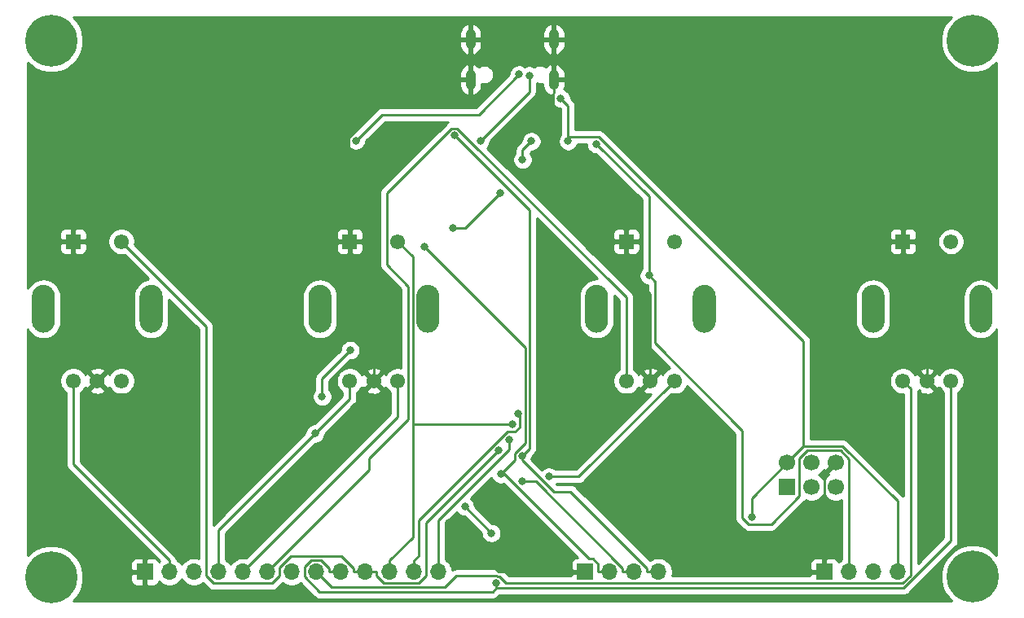
<source format=gbl>
%TF.GenerationSoftware,KiCad,Pcbnew,(5.1.10)-1*%
%TF.CreationDate,2021-08-25T15:30:51+02:00*%
%TF.ProjectId,Console,436f6e73-6f6c-4652-9e6b-696361645f70,v01*%
%TF.SameCoordinates,Original*%
%TF.FileFunction,Copper,L2,Bot*%
%TF.FilePolarity,Positive*%
%FSLAX46Y46*%
G04 Gerber Fmt 4.6, Leading zero omitted, Abs format (unit mm)*
G04 Created by KiCad (PCBNEW (5.1.10)-1) date 2021-08-25 15:30:51*
%MOMM*%
%LPD*%
G01*
G04 APERTURE LIST*
%TA.AperFunction,ComponentPad*%
%ADD10C,5.400000*%
%TD*%
%TA.AperFunction,ComponentPad*%
%ADD11C,1.700000*%
%TD*%
%TA.AperFunction,ComponentPad*%
%ADD12R,1.700000X1.700000*%
%TD*%
%TA.AperFunction,ComponentPad*%
%ADD13O,1.700000X1.700000*%
%TD*%
%TA.AperFunction,ComponentPad*%
%ADD14R,1.550000X1.550000*%
%TD*%
%TA.AperFunction,ComponentPad*%
%ADD15C,1.550000*%
%TD*%
%TA.AperFunction,ComponentPad*%
%ADD16O,1.050000X2.100000*%
%TD*%
%TA.AperFunction,ViaPad*%
%ADD17C,0.800000*%
%TD*%
%TA.AperFunction,Conductor*%
%ADD18C,0.250000*%
%TD*%
%TA.AperFunction,Conductor*%
%ADD19C,0.254000*%
%TD*%
%TA.AperFunction,Conductor*%
%ADD20C,0.100000*%
%TD*%
G04 APERTURE END LIST*
D10*
%TO.P,PAD4,1*%
%TO.N,N/C*%
X194131000Y-123634000D03*
%TD*%
%TO.P,PAD3,1*%
%TO.N,N/C*%
X98350000Y-123698000D03*
%TD*%
%TO.P,PAD2,1*%
%TO.N,N/C*%
X194131000Y-67881500D03*
%TD*%
%TO.P,PAD1,1*%
%TO.N,N/C*%
X98350000Y-67881500D03*
%TD*%
D11*
%TO.P,J1,6*%
%TO.N,GND*%
X179896000Y-111760000D03*
%TO.P,J1,5*%
%TO.N,RST*%
X179896000Y-114300000D03*
D12*
%TO.P,J1,1*%
%TO.N,MISO*%
X174816000Y-114300000D03*
D11*
%TO.P,J1,2*%
%TO.N,VCC*%
X174816000Y-111760000D03*
%TO.P,J1,3*%
%TO.N,SCK*%
X177356000Y-114300000D03*
%TO.P,J1,4*%
%TO.N,MOSI*%
X177356000Y-111760000D03*
%TD*%
D13*
%TO.P,J4,4*%
%TO.N,RST*%
X161450000Y-123126000D03*
%TO.P,J4,3*%
%TO.N,TX*%
X158910000Y-123126000D03*
%TO.P,J4,2*%
%TO.N,RX*%
X156370000Y-123126000D03*
D12*
%TO.P,J4,1*%
%TO.N,GND*%
X153830000Y-123126000D03*
%TD*%
D13*
%TO.P,J3,13*%
%TO.N,BTN4*%
X138557000Y-123126000D03*
%TO.P,J3,12*%
%TO.N,BTN3*%
X136017000Y-123126000D03*
%TO.P,J3,11*%
%TO.N,BTN2*%
X133477000Y-123126000D03*
%TO.P,J3,10*%
%TO.N,BTN1*%
X130937000Y-123126000D03*
%TO.P,J3,9*%
%TO.N,ENC4B*%
X128397000Y-123126000D03*
%TO.P,J3,8*%
%TO.N,ENC4A*%
X125857000Y-123126000D03*
%TO.P,J3,7*%
%TO.N,ENC3B*%
X123317000Y-123126000D03*
%TO.P,J3,6*%
%TO.N,ENC3A*%
X120777000Y-123126000D03*
%TO.P,J3,5*%
%TO.N,ENC2B*%
X118237000Y-123126000D03*
%TO.P,J3,4*%
%TO.N,ENC2A*%
X115697000Y-123126000D03*
%TO.P,J3,3*%
%TO.N,ENC1B*%
X113157000Y-123126000D03*
%TO.P,J3,2*%
%TO.N,ENC1A*%
X110617000Y-123126000D03*
D12*
%TO.P,J3,1*%
%TO.N,GND*%
X108077000Y-123126000D03*
%TD*%
D13*
%TO.P,J5,4*%
%TO.N,VCC*%
X186309000Y-123126000D03*
%TO.P,J5,3*%
%TO.N,SCL*%
X183769000Y-123126000D03*
%TO.P,J5,2*%
%TO.N,SDA*%
X181229000Y-123126000D03*
D12*
%TO.P,J5,1*%
%TO.N,GND*%
X178689000Y-123126000D03*
%TD*%
D14*
%TO.P,SW1,S1*%
%TO.N,GND*%
X100624000Y-88773800D03*
D15*
%TO.P,SW1,S2*%
%TO.N,BTN1*%
X105624000Y-88773800D03*
%TO.P,SW1,A*%
%TO.N,ENC1A*%
X100624000Y-103273800D03*
%TO.P,SW1,C*%
%TO.N,GND*%
X103124000Y-103273800D03*
%TO.P,SW1,B*%
%TO.N,ENC1B*%
X105624000Y-103273800D03*
%TO.P,SW1,3*%
%TO.N,N/C*%
%TA.AperFunction,ComponentPad*%
G36*
G01*
X96324000Y-97073800D02*
X96324000Y-94473800D01*
G75*
G02*
X97524000Y-93273800I1200000J0D01*
G01*
X97524000Y-93273800D01*
G75*
G02*
X98724000Y-94473800I0J-1200000D01*
G01*
X98724000Y-97073800D01*
G75*
G02*
X97524000Y-98273800I-1200000J0D01*
G01*
X97524000Y-98273800D01*
G75*
G02*
X96324000Y-97073800I0J1200000D01*
G01*
G37*
%TD.AperFunction*%
%TO.P,SW1,4*%
%TA.AperFunction,ComponentPad*%
G36*
G01*
X107524000Y-97073800D02*
X107524000Y-94473800D01*
G75*
G02*
X108724000Y-93273800I1200000J0D01*
G01*
X108724000Y-93273800D01*
G75*
G02*
X109924000Y-94473800I0J-1200000D01*
G01*
X109924000Y-97073800D01*
G75*
G02*
X108724000Y-98273800I-1200000J0D01*
G01*
X108724000Y-98273800D01*
G75*
G02*
X107524000Y-97073800I0J1200000D01*
G01*
G37*
%TD.AperFunction*%
%TD*%
D16*
%TO.P,J2,S1*%
%TO.N,GND*%
X150573000Y-71947200D03*
%TO.P,J2,S2*%
X141933000Y-71947200D03*
%TO.P,J2,S3*%
X150573000Y-67767200D03*
%TO.P,J2,S4*%
X141933000Y-67767200D03*
%TD*%
%TO.P,SW2,4*%
%TO.N,N/C*%
%TA.AperFunction,ComponentPad*%
G36*
G01*
X136268000Y-97073800D02*
X136268000Y-94473800D01*
G75*
G02*
X137468000Y-93273800I1200000J0D01*
G01*
X137468000Y-93273800D01*
G75*
G02*
X138668000Y-94473800I0J-1200000D01*
G01*
X138668000Y-97073800D01*
G75*
G02*
X137468000Y-98273800I-1200000J0D01*
G01*
X137468000Y-98273800D01*
G75*
G02*
X136268000Y-97073800I0J1200000D01*
G01*
G37*
%TD.AperFunction*%
%TO.P,SW2,3*%
%TA.AperFunction,ComponentPad*%
G36*
G01*
X125068000Y-97073800D02*
X125068000Y-94473800D01*
G75*
G02*
X126268000Y-93273800I1200000J0D01*
G01*
X126268000Y-93273800D01*
G75*
G02*
X127468000Y-94473800I0J-1200000D01*
G01*
X127468000Y-97073800D01*
G75*
G02*
X126268000Y-98273800I-1200000J0D01*
G01*
X126268000Y-98273800D01*
G75*
G02*
X125068000Y-97073800I0J1200000D01*
G01*
G37*
%TD.AperFunction*%
D15*
%TO.P,SW2,B*%
%TO.N,ENC2B*%
X134368000Y-103273800D03*
%TO.P,SW2,C*%
%TO.N,GND*%
X131868000Y-103273800D03*
%TO.P,SW2,A*%
%TO.N,ENC2A*%
X129368000Y-103273800D03*
%TO.P,SW2,S2*%
%TO.N,BTN2*%
X134368000Y-88773800D03*
D14*
%TO.P,SW2,S1*%
%TO.N,GND*%
X129368000Y-88773800D03*
%TD*%
%TO.P,SW3,S1*%
%TO.N,GND*%
X158113000Y-88773800D03*
D15*
%TO.P,SW3,S2*%
%TO.N,BTN3*%
X163113000Y-88773800D03*
%TO.P,SW3,A*%
%TO.N,ENC3A*%
X158113000Y-103273800D03*
%TO.P,SW3,C*%
%TO.N,GND*%
X160613000Y-103273800D03*
%TO.P,SW3,B*%
%TO.N,ENC3B*%
X163113000Y-103273800D03*
%TO.P,SW3,3*%
%TO.N,N/C*%
%TA.AperFunction,ComponentPad*%
G36*
G01*
X153813000Y-97073800D02*
X153813000Y-94473800D01*
G75*
G02*
X155013000Y-93273800I1200000J0D01*
G01*
X155013000Y-93273800D01*
G75*
G02*
X156213000Y-94473800I0J-1200000D01*
G01*
X156213000Y-97073800D01*
G75*
G02*
X155013000Y-98273800I-1200000J0D01*
G01*
X155013000Y-98273800D01*
G75*
G02*
X153813000Y-97073800I0J1200000D01*
G01*
G37*
%TD.AperFunction*%
%TO.P,SW3,4*%
%TA.AperFunction,ComponentPad*%
G36*
G01*
X165013000Y-97073800D02*
X165013000Y-94473800D01*
G75*
G02*
X166213000Y-93273800I1200000J0D01*
G01*
X166213000Y-93273800D01*
G75*
G02*
X167413000Y-94473800I0J-1200000D01*
G01*
X167413000Y-97073800D01*
G75*
G02*
X166213000Y-98273800I-1200000J0D01*
G01*
X166213000Y-98273800D01*
G75*
G02*
X165013000Y-97073800I0J1200000D01*
G01*
G37*
%TD.AperFunction*%
%TD*%
%TO.P,SW4,4*%
%TO.N,N/C*%
%TA.AperFunction,ComponentPad*%
G36*
G01*
X193757000Y-97073800D02*
X193757000Y-94473800D01*
G75*
G02*
X194957000Y-93273800I1200000J0D01*
G01*
X194957000Y-93273800D01*
G75*
G02*
X196157000Y-94473800I0J-1200000D01*
G01*
X196157000Y-97073800D01*
G75*
G02*
X194957000Y-98273800I-1200000J0D01*
G01*
X194957000Y-98273800D01*
G75*
G02*
X193757000Y-97073800I0J1200000D01*
G01*
G37*
%TD.AperFunction*%
%TO.P,SW4,3*%
%TA.AperFunction,ComponentPad*%
G36*
G01*
X182557000Y-97073800D02*
X182557000Y-94473800D01*
G75*
G02*
X183757000Y-93273800I1200000J0D01*
G01*
X183757000Y-93273800D01*
G75*
G02*
X184957000Y-94473800I0J-1200000D01*
G01*
X184957000Y-97073800D01*
G75*
G02*
X183757000Y-98273800I-1200000J0D01*
G01*
X183757000Y-98273800D01*
G75*
G02*
X182557000Y-97073800I0J1200000D01*
G01*
G37*
%TD.AperFunction*%
%TO.P,SW4,B*%
%TO.N,ENC4B*%
X191857000Y-103273800D03*
%TO.P,SW4,C*%
%TO.N,GND*%
X189357000Y-103273800D03*
%TO.P,SW4,A*%
%TO.N,ENC4A*%
X186857000Y-103273800D03*
%TO.P,SW4,S2*%
%TO.N,BTN4*%
X191857000Y-88773800D03*
D14*
%TO.P,SW4,S1*%
%TO.N,GND*%
X186857000Y-88773800D03*
%TD*%
D17*
%TO.N,GND*%
X139700000Y-117983000D03*
%TO.N,VCC*%
X152053000Y-78350400D03*
X151291600Y-73912500D03*
X171130000Y-117438300D03*
X126492000Y-104902000D03*
X129413000Y-100076000D03*
X140081000Y-87376000D03*
X145034000Y-83693000D03*
X147320000Y-80264000D03*
X148240900Y-78350400D03*
%TO.N,XTAL2*%
X144088000Y-119100900D03*
X141333047Y-116345947D03*
%TO.N,RST*%
X147250400Y-111106700D03*
X140243300Y-77738800D03*
%TO.N,Net-(J2-PadB7)*%
X146954200Y-71410900D03*
X130005300Y-78278000D03*
%TO.N,Net-(J2-PadB8)*%
X148010000Y-71499300D03*
X142925600Y-78302200D03*
%TO.N,BTN4*%
X145961700Y-109406000D03*
%TO.N,BTN3*%
X146869400Y-106717100D03*
%TO.N,BTN2*%
X146237600Y-107814200D03*
%TO.N,BTN1*%
X144799800Y-110519700D03*
%TO.N,ENC4B*%
X144594200Y-124320900D03*
%TO.N,ENC3B*%
X150067300Y-113227900D03*
%TO.N,ENC2A*%
X125755969Y-108741303D03*
%TO.N,TX*%
X147278300Y-113710500D03*
%TO.N,RX*%
X137108800Y-89333300D03*
X145064000Y-112970200D03*
%TO.N,SDA*%
X160453200Y-92314000D03*
X154985300Y-78642900D03*
%TD*%
D18*
%TO.N,GND*%
X141933000Y-71947200D02*
X135302900Y-71947200D01*
X135302900Y-71947200D02*
X129248200Y-78001900D01*
X129248200Y-78001900D02*
X129248200Y-87553700D01*
X129248200Y-87553700D02*
X129368000Y-87673500D01*
X129368000Y-88773800D02*
X129368000Y-87673500D01*
X141933000Y-67767200D02*
X141933000Y-71947200D01*
X150573000Y-71947200D02*
X150573000Y-73322500D01*
X150573000Y-73322500D02*
X150496000Y-73399500D01*
X150496000Y-73399500D02*
X150496000Y-80056500D01*
X150496000Y-80056500D02*
X158113000Y-87673500D01*
X158113000Y-89874100D02*
X158113000Y-91721000D01*
X158113000Y-91721000D02*
X160613000Y-94221000D01*
X160613000Y-94221000D02*
X160613000Y-103273800D01*
X129368000Y-88773800D02*
X129368000Y-89874100D01*
X129368000Y-89874100D02*
X131868000Y-92374100D01*
X131868000Y-92374100D02*
X131868000Y-103273800D01*
X186857000Y-88773800D02*
X186857000Y-89874100D01*
X189357000Y-103273800D02*
X189357000Y-92374100D01*
X189357000Y-92374100D02*
X186857000Y-89874100D01*
X100624000Y-88773800D02*
X100624000Y-100773800D01*
X100624000Y-100773800D02*
X103124000Y-103273800D01*
X178689000Y-121950700D02*
X178689000Y-112967000D01*
X178689000Y-112967000D02*
X179896000Y-111760000D01*
X158113000Y-88773800D02*
X158113000Y-87673500D01*
X150573000Y-71947200D02*
X150573000Y-67767200D01*
X178689000Y-123126000D02*
X178689000Y-121950700D01*
X158113000Y-88773800D02*
X158113000Y-89874100D01*
X153830000Y-123126000D02*
X144843000Y-123126000D01*
X144843000Y-123126000D02*
X139700000Y-117983000D01*
%TO.N,VCC*%
X152053000Y-77897300D02*
X152053000Y-78350400D01*
X151291600Y-73912500D02*
X152053000Y-74673900D01*
X152053000Y-74673900D02*
X152053000Y-77897300D01*
X152053000Y-77897300D02*
X155276400Y-77897300D01*
X155276400Y-77897300D02*
X176516200Y-99137100D01*
X176516200Y-99137100D02*
X176516200Y-110059800D01*
X176516200Y-110059800D02*
X180599600Y-110059800D01*
X180599600Y-110059800D02*
X186309000Y-115769200D01*
X186309000Y-115769200D02*
X186309000Y-123126000D01*
X174816000Y-111760000D02*
X176516200Y-110059800D01*
X171130000Y-117438300D02*
X171130000Y-115446000D01*
X171130000Y-115446000D02*
X174816000Y-111760000D01*
X126492000Y-102997000D02*
X129413000Y-100076000D01*
X126492000Y-104902000D02*
X126492000Y-102997000D01*
X141351000Y-87376000D02*
X145034000Y-83693000D01*
X140081000Y-87376000D02*
X141351000Y-87376000D01*
X147320000Y-79271300D02*
X148240900Y-78350400D01*
X147320000Y-80264000D02*
X147320000Y-79271300D01*
%TO.N,XTAL2*%
X144088000Y-119100900D02*
X141333047Y-116345947D01*
%TO.N,RST*%
X147250600Y-111106700D02*
X147250600Y-111473900D01*
X147250600Y-111473900D02*
X150565400Y-114788700D01*
X150565400Y-114788700D02*
X152304700Y-114788700D01*
X152304700Y-114788700D02*
X160274700Y-122758700D01*
X160274700Y-122758700D02*
X160274700Y-123126000D01*
X147250400Y-111106700D02*
X147250600Y-111106700D01*
X140243300Y-77738800D02*
X148045000Y-85540500D01*
X148045000Y-85540500D02*
X148045000Y-110312300D01*
X148045000Y-110312300D02*
X147250600Y-111106700D01*
X161450000Y-123126000D02*
X160274700Y-123126000D01*
%TO.N,Net-(J2-PadB7)*%
X130005300Y-78278000D02*
X132708000Y-75575300D01*
X132708000Y-75575300D02*
X142789800Y-75575300D01*
X142789800Y-75575300D02*
X146954200Y-71410900D01*
%TO.N,Net-(J2-PadB8)*%
X148010000Y-71499300D02*
X148010000Y-73217800D01*
X148010000Y-73217800D02*
X142925600Y-78302200D01*
%TO.N,BTN4*%
X145961700Y-109406000D02*
X145961700Y-110391300D01*
X145961700Y-110391300D02*
X138557000Y-117796000D01*
X138557000Y-117796000D02*
X138557000Y-123126000D01*
%TO.N,BTN3*%
X146869400Y-106717100D02*
X147004100Y-106851800D01*
X147004100Y-106851800D02*
X147004100Y-108094500D01*
X147004100Y-108094500D02*
X146538500Y-108560100D01*
X146538500Y-108560100D02*
X145733700Y-108560100D01*
X145733700Y-108560100D02*
X136504000Y-117789800D01*
X136504000Y-117789800D02*
X136504000Y-121463700D01*
X136504000Y-121463700D02*
X136017000Y-121950700D01*
X136017000Y-123126000D02*
X136017000Y-121950700D01*
%TO.N,BTN2*%
X133477000Y-123126000D02*
X133477000Y-121950700D01*
X135921800Y-107814200D02*
X135921800Y-119505900D01*
X135921800Y-119505900D02*
X133477000Y-121950700D01*
X134368000Y-88773800D02*
X135921800Y-90327600D01*
X135921800Y-90327600D02*
X135921800Y-107814200D01*
X135921800Y-107814200D02*
X146237600Y-107814200D01*
%TO.N,BTN1*%
X130937000Y-123126000D02*
X132112300Y-123126000D01*
X144799800Y-110519700D02*
X137287000Y-118032500D01*
X137287000Y-118032500D02*
X137287000Y-123555500D01*
X137287000Y-123555500D02*
X136541200Y-124301300D01*
X136541200Y-124301300D02*
X132920200Y-124301300D01*
X132920200Y-124301300D02*
X132112300Y-123493400D01*
X132112300Y-123493400D02*
X132112300Y-123126000D01*
X130937000Y-123126000D02*
X129761700Y-123126000D01*
X105624000Y-88773800D02*
X114427000Y-97576800D01*
X114427000Y-97576800D02*
X114427000Y-123546100D01*
X114427000Y-123546100D02*
X115196700Y-124315800D01*
X115196700Y-124315800D02*
X121261200Y-124315800D01*
X121261200Y-124315800D02*
X122047000Y-123530000D01*
X122047000Y-123530000D02*
X122047000Y-122670000D01*
X122047000Y-122670000D02*
X123244200Y-121472800D01*
X123244200Y-121472800D02*
X128475800Y-121472800D01*
X128475800Y-121472800D02*
X129761700Y-122758700D01*
X129761700Y-122758700D02*
X129761700Y-123126000D01*
%TO.N,ENC4B*%
X144594200Y-124808200D02*
X186946500Y-124808200D01*
X186946500Y-124808200D02*
X191857000Y-119897700D01*
X191857000Y-119897700D02*
X191857000Y-103273800D01*
X127221700Y-123126000D02*
X127221700Y-122758600D01*
X127221700Y-122758600D02*
X126413800Y-121950700D01*
X126413800Y-121950700D02*
X125314600Y-121950700D01*
X125314600Y-121950700D02*
X124644000Y-122621300D01*
X124644000Y-122621300D02*
X124644000Y-123651000D01*
X124644000Y-123651000D02*
X126195200Y-125202200D01*
X126195200Y-125202200D02*
X144200200Y-125202200D01*
X144200200Y-125202200D02*
X144594200Y-124808200D01*
X144594200Y-124808200D02*
X144594200Y-124320900D01*
X128397000Y-123126000D02*
X127221700Y-123126000D01*
%TO.N,ENC4A*%
X127482900Y-124751900D02*
X125857000Y-123126000D01*
X139251000Y-124751900D02*
X127482900Y-124751900D01*
X140436300Y-123566600D02*
X139251000Y-124751900D01*
X144656600Y-123576011D02*
X144647189Y-123566600D01*
X144647189Y-123566600D02*
X140436300Y-123566600D01*
X186816400Y-124301400D02*
X145600500Y-124301400D01*
X144875111Y-123576011D02*
X144656600Y-123576011D01*
X187631999Y-123485801D02*
X186816400Y-124301400D01*
X187631999Y-104048799D02*
X187631999Y-123485801D01*
X186857000Y-103273800D02*
X187631999Y-104048799D01*
X145600500Y-124301400D02*
X144875111Y-123576011D01*
%TO.N,ENC3B*%
X150067300Y-113227900D02*
X153158900Y-113227900D01*
X153158900Y-113227900D02*
X163113000Y-103273800D01*
%TO.N,ENC3A*%
X131408001Y-112494999D02*
X121626999Y-122276001D01*
X133240400Y-91214200D02*
X135471400Y-93445200D01*
X133240400Y-83716000D02*
X133240400Y-91214200D01*
X139942900Y-77013500D02*
X133240400Y-83716000D01*
X131408001Y-111319699D02*
X131408001Y-112494999D01*
X135471400Y-107256300D02*
X131408001Y-111319699D01*
X140543800Y-77013500D02*
X139942900Y-77013500D01*
X158113000Y-103273800D02*
X158113000Y-94582700D01*
X158113000Y-94582700D02*
X140543800Y-77013500D01*
X135471400Y-93445200D02*
X135471400Y-107256300D01*
X121626999Y-122276001D02*
X120777000Y-123126000D01*
%TO.N,ENC2B*%
X134368000Y-106995000D02*
X134368000Y-103273800D01*
X118237000Y-123126000D02*
X134368000Y-106995000D01*
%TO.N,ENC2A*%
X129368000Y-103273800D02*
X129368000Y-105129272D01*
X129368000Y-105129272D02*
X125755969Y-108741303D01*
X115697000Y-123126000D02*
X115697000Y-118800272D01*
X115697000Y-118800272D02*
X125755969Y-108741303D01*
%TO.N,ENC1A*%
X110617000Y-123126000D02*
X110617000Y-121950700D01*
X100624000Y-103273800D02*
X100624000Y-111957700D01*
X100624000Y-111957700D02*
X110617000Y-121950700D01*
%TO.N,TX*%
X147278300Y-113710500D02*
X148686500Y-113710500D01*
X148686500Y-113710500D02*
X157734700Y-122758700D01*
X157734700Y-122758700D02*
X157734700Y-123126000D01*
X158910000Y-123126000D02*
X157734700Y-123126000D01*
%TO.N,RX*%
X145259800Y-112774400D02*
X145064000Y-112970200D01*
X137108800Y-89333300D02*
X147594700Y-99819200D01*
X147594700Y-99819200D02*
X147594700Y-109736700D01*
X147594700Y-109736700D02*
X146525100Y-110806300D01*
X146525100Y-110806300D02*
X146525100Y-111509100D01*
X146525100Y-111509100D02*
X145259800Y-112774400D01*
X145259800Y-112774400D02*
X154249400Y-121764100D01*
X154249400Y-121764100D02*
X154640900Y-121764100D01*
X154640900Y-121764100D02*
X155194700Y-122317900D01*
X155194700Y-122317900D02*
X155194700Y-123126000D01*
X156370000Y-123126000D02*
X155194700Y-123126000D01*
%TO.N,SDA*%
X154985300Y-78642900D02*
X160453200Y-84110800D01*
X160453200Y-84110800D02*
X160453200Y-92314000D01*
X181229000Y-123126000D02*
X181229000Y-111391800D01*
X181229000Y-111391800D02*
X180352700Y-110515500D01*
X180352700Y-110515500D02*
X176886100Y-110515500D01*
X176886100Y-110515500D02*
X176086100Y-111315500D01*
X176086100Y-111315500D02*
X176086100Y-115252900D01*
X176086100Y-115252900D02*
X173175300Y-118163700D01*
X173175300Y-118163700D02*
X170810300Y-118163700D01*
X170810300Y-118163700D02*
X170172800Y-117526200D01*
X170172800Y-117526200D02*
X170172800Y-108460400D01*
X170172800Y-108460400D02*
X161063400Y-99351000D01*
X161063400Y-99351000D02*
X161063400Y-92924200D01*
X161063400Y-92924200D02*
X160453200Y-92314000D01*
%TD*%
D19*
%TO.N,GND*%
X191540536Y-65755561D02*
X191175561Y-66301785D01*
X190924162Y-66908716D01*
X190796000Y-67553031D01*
X190796000Y-68209969D01*
X190924162Y-68854284D01*
X191175561Y-69461215D01*
X191540536Y-70007439D01*
X192005061Y-70471964D01*
X192551285Y-70836939D01*
X193158216Y-71088338D01*
X193802531Y-71216500D01*
X194459469Y-71216500D01*
X195103784Y-71088338D01*
X195710715Y-70836939D01*
X196256939Y-70471964D01*
X196582500Y-70146403D01*
X196582500Y-93634467D01*
X196485302Y-93452622D01*
X196256714Y-93174087D01*
X195978179Y-92945499D01*
X195660401Y-92775643D01*
X195315591Y-92671046D01*
X194957001Y-92635728D01*
X194956999Y-92635728D01*
X194598409Y-92671046D01*
X194253599Y-92775643D01*
X193935821Y-92945499D01*
X193657286Y-93174087D01*
X193428698Y-93452622D01*
X193258842Y-93770400D01*
X193154245Y-94115210D01*
X193118927Y-94473800D01*
X193118927Y-97073800D01*
X193154245Y-97432390D01*
X193258842Y-97777200D01*
X193428698Y-98094978D01*
X193657286Y-98373513D01*
X193935821Y-98602101D01*
X194253599Y-98771957D01*
X194598409Y-98876554D01*
X194956999Y-98911872D01*
X194957001Y-98911872D01*
X195315591Y-98876554D01*
X195660401Y-98771957D01*
X195978179Y-98602101D01*
X196256714Y-98373513D01*
X196485302Y-98094978D01*
X196582501Y-97913132D01*
X196582501Y-121369098D01*
X196256939Y-121043536D01*
X195710715Y-120678561D01*
X195103784Y-120427162D01*
X194459469Y-120299000D01*
X193802531Y-120299000D01*
X193158216Y-120427162D01*
X192551285Y-120678561D01*
X192005061Y-121043536D01*
X191540536Y-121508061D01*
X191175561Y-122054285D01*
X190924162Y-122661216D01*
X190796000Y-123305531D01*
X190796000Y-123962469D01*
X190924162Y-124606784D01*
X191175561Y-125213715D01*
X191540536Y-125759939D01*
X191898097Y-126117500D01*
X100646903Y-126117500D01*
X100940464Y-125823939D01*
X101305439Y-125277715D01*
X101556838Y-124670784D01*
X101685000Y-124026469D01*
X101685000Y-123976000D01*
X106588928Y-123976000D01*
X106601188Y-124100482D01*
X106637498Y-124220180D01*
X106696463Y-124330494D01*
X106775815Y-124427185D01*
X106872506Y-124506537D01*
X106982820Y-124565502D01*
X107102518Y-124601812D01*
X107227000Y-124614072D01*
X107791250Y-124611000D01*
X107950000Y-124452250D01*
X107950000Y-123253000D01*
X106750750Y-123253000D01*
X106592000Y-123411750D01*
X106588928Y-123976000D01*
X101685000Y-123976000D01*
X101685000Y-123369531D01*
X101556838Y-122725216D01*
X101370767Y-122276000D01*
X106588928Y-122276000D01*
X106592000Y-122840250D01*
X106750750Y-122999000D01*
X107950000Y-122999000D01*
X107950000Y-121799750D01*
X107791250Y-121641000D01*
X107227000Y-121637928D01*
X107102518Y-121650188D01*
X106982820Y-121686498D01*
X106872506Y-121745463D01*
X106775815Y-121824815D01*
X106696463Y-121921506D01*
X106637498Y-122031820D01*
X106601188Y-122151518D01*
X106588928Y-122276000D01*
X101370767Y-122276000D01*
X101305439Y-122118285D01*
X100940464Y-121572061D01*
X100475939Y-121107536D01*
X99929715Y-120742561D01*
X99322784Y-120491162D01*
X98678469Y-120363000D01*
X98021531Y-120363000D01*
X97377216Y-120491162D01*
X96770285Y-120742561D01*
X96224061Y-121107536D01*
X95898500Y-121433097D01*
X95898500Y-103134927D01*
X99214000Y-103134927D01*
X99214000Y-103412673D01*
X99268186Y-103685082D01*
X99374475Y-103941685D01*
X99528782Y-104172622D01*
X99725178Y-104369018D01*
X99864000Y-104461776D01*
X99864001Y-111920368D01*
X99860324Y-111957700D01*
X99864001Y-111995033D01*
X99872289Y-112079176D01*
X99874998Y-112106685D01*
X99918454Y-112249946D01*
X99989026Y-112381976D01*
X100052401Y-112459198D01*
X100084000Y-112497701D01*
X100112998Y-112521499D01*
X109617196Y-122025697D01*
X109538513Y-122104380D01*
X109516502Y-122031820D01*
X109457537Y-121921506D01*
X109378185Y-121824815D01*
X109281494Y-121745463D01*
X109171180Y-121686498D01*
X109051482Y-121650188D01*
X108927000Y-121637928D01*
X108362750Y-121641000D01*
X108204000Y-121799750D01*
X108204000Y-122999000D01*
X108224000Y-122999000D01*
X108224000Y-123253000D01*
X108204000Y-123253000D01*
X108204000Y-124452250D01*
X108362750Y-124611000D01*
X108927000Y-124614072D01*
X109051482Y-124601812D01*
X109171180Y-124565502D01*
X109281494Y-124506537D01*
X109378185Y-124427185D01*
X109457537Y-124330494D01*
X109516502Y-124220180D01*
X109538513Y-124147620D01*
X109670368Y-124279475D01*
X109913589Y-124441990D01*
X110183842Y-124553932D01*
X110470740Y-124611000D01*
X110763260Y-124611000D01*
X111050158Y-124553932D01*
X111320411Y-124441990D01*
X111563632Y-124279475D01*
X111770475Y-124072632D01*
X111887000Y-123898240D01*
X112003525Y-124072632D01*
X112210368Y-124279475D01*
X112453589Y-124441990D01*
X112723842Y-124553932D01*
X113010740Y-124611000D01*
X113303260Y-124611000D01*
X113590158Y-124553932D01*
X113860411Y-124441990D01*
X114092807Y-124286708D01*
X114632901Y-124826802D01*
X114656699Y-124855801D01*
X114772424Y-124950774D01*
X114904453Y-125021346D01*
X115047714Y-125064803D01*
X115159367Y-125075800D01*
X115159376Y-125075800D01*
X115196699Y-125079476D01*
X115234022Y-125075800D01*
X121223878Y-125075800D01*
X121261200Y-125079476D01*
X121298522Y-125075800D01*
X121298533Y-125075800D01*
X121410186Y-125064803D01*
X121553447Y-125021346D01*
X121685476Y-124950774D01*
X121801201Y-124855801D01*
X121825003Y-124826798D01*
X122371542Y-124280260D01*
X122613589Y-124441990D01*
X122883842Y-124553932D01*
X123170740Y-124611000D01*
X123463260Y-124611000D01*
X123750158Y-124553932D01*
X124020411Y-124441990D01*
X124224093Y-124305894D01*
X125631401Y-125713203D01*
X125655199Y-125742201D01*
X125684197Y-125765999D01*
X125770923Y-125837174D01*
X125902953Y-125907746D01*
X126046214Y-125951203D01*
X126157867Y-125962200D01*
X126157876Y-125962200D01*
X126195199Y-125965876D01*
X126232522Y-125962200D01*
X144162878Y-125962200D01*
X144200200Y-125965876D01*
X144237522Y-125962200D01*
X144237533Y-125962200D01*
X144349186Y-125951203D01*
X144492447Y-125907746D01*
X144624476Y-125837174D01*
X144740201Y-125742201D01*
X144764004Y-125713197D01*
X144909001Y-125568200D01*
X186909178Y-125568200D01*
X186946500Y-125571876D01*
X186983822Y-125568200D01*
X186983833Y-125568200D01*
X187095486Y-125557203D01*
X187238747Y-125513746D01*
X187370776Y-125443174D01*
X187486501Y-125348201D01*
X187510304Y-125319197D01*
X192368004Y-120461498D01*
X192397001Y-120437701D01*
X192491974Y-120321976D01*
X192562546Y-120189947D01*
X192606003Y-120046686D01*
X192617000Y-119935033D01*
X192617000Y-119935025D01*
X192620676Y-119897700D01*
X192617000Y-119860375D01*
X192617000Y-104461776D01*
X192755822Y-104369018D01*
X192952218Y-104172622D01*
X193106525Y-103941685D01*
X193212814Y-103685082D01*
X193267000Y-103412673D01*
X193267000Y-103134927D01*
X193212814Y-102862518D01*
X193106525Y-102605915D01*
X192952218Y-102374978D01*
X192755822Y-102178582D01*
X192524885Y-102024275D01*
X192268282Y-101917986D01*
X191995873Y-101863800D01*
X191718127Y-101863800D01*
X191445718Y-101917986D01*
X191189115Y-102024275D01*
X190958178Y-102178582D01*
X190761782Y-102374978D01*
X190607475Y-102605915D01*
X190606263Y-102608840D01*
X190573268Y-102547110D01*
X190331849Y-102478556D01*
X189536605Y-103273800D01*
X190331849Y-104069044D01*
X190573268Y-104000490D01*
X190604437Y-103934350D01*
X190607475Y-103941685D01*
X190761782Y-104172622D01*
X190958178Y-104369018D01*
X191097001Y-104461776D01*
X191097000Y-119582898D01*
X188391999Y-122287900D01*
X188391999Y-104311619D01*
X188445394Y-104365014D01*
X188561757Y-104248651D01*
X188630310Y-104490068D01*
X188881556Y-104608468D01*
X189151071Y-104675578D01*
X189428502Y-104688818D01*
X189703184Y-104647679D01*
X189964562Y-104553743D01*
X190083690Y-104490068D01*
X190152244Y-104248649D01*
X189357000Y-103453405D01*
X189342858Y-103467548D01*
X189163253Y-103287943D01*
X189177395Y-103273800D01*
X188382151Y-102478556D01*
X188140732Y-102547110D01*
X188109563Y-102613250D01*
X188106525Y-102605915D01*
X187952218Y-102374978D01*
X187876191Y-102298951D01*
X188561756Y-102298951D01*
X189357000Y-103094195D01*
X190152244Y-102298951D01*
X190083690Y-102057532D01*
X189832444Y-101939132D01*
X189562929Y-101872022D01*
X189285498Y-101858782D01*
X189010816Y-101899921D01*
X188749438Y-101993857D01*
X188630310Y-102057532D01*
X188561756Y-102298951D01*
X187876191Y-102298951D01*
X187755822Y-102178582D01*
X187524885Y-102024275D01*
X187268282Y-101917986D01*
X186995873Y-101863800D01*
X186718127Y-101863800D01*
X186445718Y-101917986D01*
X186189115Y-102024275D01*
X185958178Y-102178582D01*
X185761782Y-102374978D01*
X185607475Y-102605915D01*
X185501186Y-102862518D01*
X185447000Y-103134927D01*
X185447000Y-103412673D01*
X185501186Y-103685082D01*
X185607475Y-103941685D01*
X185761782Y-104172622D01*
X185958178Y-104369018D01*
X186189115Y-104523325D01*
X186445718Y-104629614D01*
X186718127Y-104683800D01*
X186871999Y-104683800D01*
X186872000Y-115257223D01*
X186849001Y-115229199D01*
X186820004Y-115205402D01*
X181163404Y-109548803D01*
X181139601Y-109519799D01*
X181023876Y-109424826D01*
X180891847Y-109354254D01*
X180748586Y-109310797D01*
X180636933Y-109299800D01*
X180636922Y-109299800D01*
X180599600Y-109296124D01*
X180562278Y-109299800D01*
X177276200Y-109299800D01*
X177276200Y-99174422D01*
X177279876Y-99137099D01*
X177276200Y-99099776D01*
X177276200Y-99099767D01*
X177265203Y-98988114D01*
X177221746Y-98844853D01*
X177151174Y-98712824D01*
X177056201Y-98597099D01*
X177027204Y-98573302D01*
X172927702Y-94473800D01*
X181918927Y-94473800D01*
X181918927Y-97073800D01*
X181954245Y-97432390D01*
X182058842Y-97777200D01*
X182228698Y-98094978D01*
X182457286Y-98373513D01*
X182735821Y-98602101D01*
X183053599Y-98771957D01*
X183398409Y-98876554D01*
X183756999Y-98911872D01*
X183757001Y-98911872D01*
X184115591Y-98876554D01*
X184460401Y-98771957D01*
X184778179Y-98602101D01*
X185056714Y-98373513D01*
X185285302Y-98094978D01*
X185455158Y-97777200D01*
X185559755Y-97432390D01*
X185595073Y-97073800D01*
X185595073Y-94473800D01*
X185559755Y-94115210D01*
X185455158Y-93770400D01*
X185285302Y-93452622D01*
X185056714Y-93174087D01*
X184778179Y-92945499D01*
X184460401Y-92775643D01*
X184115591Y-92671046D01*
X183757001Y-92635728D01*
X183756999Y-92635728D01*
X183398409Y-92671046D01*
X183053599Y-92775643D01*
X182735821Y-92945499D01*
X182457286Y-93174087D01*
X182228698Y-93452622D01*
X182058842Y-93770400D01*
X181954245Y-94115210D01*
X181918927Y-94473800D01*
X172927702Y-94473800D01*
X168002702Y-89548800D01*
X185443928Y-89548800D01*
X185456188Y-89673282D01*
X185492498Y-89792980D01*
X185551463Y-89903294D01*
X185630815Y-89999985D01*
X185727506Y-90079337D01*
X185837820Y-90138302D01*
X185957518Y-90174612D01*
X186082000Y-90186872D01*
X186571250Y-90183800D01*
X186730000Y-90025050D01*
X186730000Y-88900800D01*
X186984000Y-88900800D01*
X186984000Y-90025050D01*
X187142750Y-90183800D01*
X187632000Y-90186872D01*
X187756482Y-90174612D01*
X187876180Y-90138302D01*
X187986494Y-90079337D01*
X188083185Y-89999985D01*
X188162537Y-89903294D01*
X188221502Y-89792980D01*
X188257812Y-89673282D01*
X188270072Y-89548800D01*
X188267000Y-89059550D01*
X188108250Y-88900800D01*
X186984000Y-88900800D01*
X186730000Y-88900800D01*
X185605750Y-88900800D01*
X185447000Y-89059550D01*
X185443928Y-89548800D01*
X168002702Y-89548800D01*
X166452702Y-87998800D01*
X185443928Y-87998800D01*
X185447000Y-88488050D01*
X185605750Y-88646800D01*
X186730000Y-88646800D01*
X186730000Y-87522550D01*
X186984000Y-87522550D01*
X186984000Y-88646800D01*
X188108250Y-88646800D01*
X188120123Y-88634927D01*
X190447000Y-88634927D01*
X190447000Y-88912673D01*
X190501186Y-89185082D01*
X190607475Y-89441685D01*
X190761782Y-89672622D01*
X190958178Y-89869018D01*
X191189115Y-90023325D01*
X191445718Y-90129614D01*
X191718127Y-90183800D01*
X191995873Y-90183800D01*
X192268282Y-90129614D01*
X192524885Y-90023325D01*
X192755822Y-89869018D01*
X192952218Y-89672622D01*
X193106525Y-89441685D01*
X193212814Y-89185082D01*
X193267000Y-88912673D01*
X193267000Y-88634927D01*
X193212814Y-88362518D01*
X193106525Y-88105915D01*
X192952218Y-87874978D01*
X192755822Y-87678582D01*
X192524885Y-87524275D01*
X192268282Y-87417986D01*
X191995873Y-87363800D01*
X191718127Y-87363800D01*
X191445718Y-87417986D01*
X191189115Y-87524275D01*
X190958178Y-87678582D01*
X190761782Y-87874978D01*
X190607475Y-88105915D01*
X190501186Y-88362518D01*
X190447000Y-88634927D01*
X188120123Y-88634927D01*
X188267000Y-88488050D01*
X188270072Y-87998800D01*
X188257812Y-87874318D01*
X188221502Y-87754620D01*
X188162537Y-87644306D01*
X188083185Y-87547615D01*
X187986494Y-87468263D01*
X187876180Y-87409298D01*
X187756482Y-87372988D01*
X187632000Y-87360728D01*
X187142750Y-87363800D01*
X186984000Y-87522550D01*
X186730000Y-87522550D01*
X186571250Y-87363800D01*
X186082000Y-87360728D01*
X185957518Y-87372988D01*
X185837820Y-87409298D01*
X185727506Y-87468263D01*
X185630815Y-87547615D01*
X185551463Y-87644306D01*
X185492498Y-87754620D01*
X185456188Y-87874318D01*
X185443928Y-87998800D01*
X166452702Y-87998800D01*
X155840204Y-77386303D01*
X155816401Y-77357299D01*
X155700676Y-77262326D01*
X155568647Y-77191754D01*
X155425386Y-77148297D01*
X155313733Y-77137300D01*
X155313722Y-77137300D01*
X155276400Y-77133624D01*
X155239078Y-77137300D01*
X152813000Y-77137300D01*
X152813000Y-74711222D01*
X152816676Y-74673899D01*
X152813000Y-74636576D01*
X152813000Y-74636567D01*
X152802003Y-74524914D01*
X152758546Y-74381653D01*
X152687974Y-74249624D01*
X152593001Y-74133899D01*
X152564004Y-74110102D01*
X152326600Y-73872698D01*
X152326600Y-73810561D01*
X152286826Y-73610602D01*
X152208805Y-73422244D01*
X152095537Y-73252726D01*
X151951374Y-73108563D01*
X151781856Y-72995295D01*
X151637859Y-72935649D01*
X151685934Y-72823065D01*
X151733000Y-72599200D01*
X151733000Y-72074200D01*
X150700000Y-72074200D01*
X150700000Y-72094200D01*
X150446000Y-72094200D01*
X150446000Y-72074200D01*
X150426000Y-72074200D01*
X150426000Y-71820200D01*
X150446000Y-71820200D01*
X150446000Y-70429037D01*
X150700000Y-70429037D01*
X150700000Y-71820200D01*
X151733000Y-71820200D01*
X151733000Y-71295200D01*
X151685934Y-71071335D01*
X151596099Y-70860954D01*
X151466947Y-70672141D01*
X151303441Y-70512153D01*
X151111864Y-70387137D01*
X150878810Y-70303236D01*
X150700000Y-70429037D01*
X150446000Y-70429037D01*
X150267190Y-70303236D01*
X150034136Y-70387137D01*
X149842559Y-70512153D01*
X149728493Y-70623765D01*
X149609572Y-70544304D01*
X149430314Y-70470053D01*
X149240014Y-70432200D01*
X149045986Y-70432200D01*
X148855686Y-70470053D01*
X148676428Y-70544304D01*
X148560063Y-70622057D01*
X148500256Y-70582095D01*
X148311898Y-70504074D01*
X148111939Y-70464300D01*
X147908061Y-70464300D01*
X147708102Y-70504074D01*
X147554939Y-70567517D01*
X147444456Y-70493695D01*
X147256098Y-70415674D01*
X147056139Y-70375900D01*
X146852261Y-70375900D01*
X146652302Y-70415674D01*
X146463944Y-70493695D01*
X146294426Y-70606963D01*
X146150263Y-70751126D01*
X146036995Y-70920644D01*
X145958974Y-71109002D01*
X145919200Y-71308961D01*
X145919200Y-71371098D01*
X142474999Y-74815300D01*
X132745322Y-74815300D01*
X132708000Y-74811624D01*
X132670677Y-74815300D01*
X132670667Y-74815300D01*
X132559014Y-74826297D01*
X132415753Y-74869754D01*
X132283723Y-74940326D01*
X132274982Y-74947500D01*
X132167999Y-75035299D01*
X132144201Y-75064297D01*
X129965499Y-77243000D01*
X129903361Y-77243000D01*
X129703402Y-77282774D01*
X129515044Y-77360795D01*
X129345526Y-77474063D01*
X129201363Y-77618226D01*
X129088095Y-77787744D01*
X129010074Y-77976102D01*
X128970300Y-78176061D01*
X128970300Y-78379939D01*
X129010074Y-78579898D01*
X129088095Y-78768256D01*
X129201363Y-78937774D01*
X129345526Y-79081937D01*
X129515044Y-79195205D01*
X129703402Y-79273226D01*
X129903361Y-79313000D01*
X130107239Y-79313000D01*
X130307198Y-79273226D01*
X130495556Y-79195205D01*
X130665074Y-79081937D01*
X130809237Y-78937774D01*
X130922505Y-78768256D01*
X131000526Y-78579898D01*
X131040300Y-78379939D01*
X131040300Y-78317801D01*
X133022802Y-76335300D01*
X139599493Y-76335300D01*
X139518624Y-76378526D01*
X139518622Y-76378527D01*
X139518623Y-76378527D01*
X139431896Y-76449701D01*
X139431892Y-76449705D01*
X139402899Y-76473499D01*
X139379105Y-76502492D01*
X132729403Y-83152196D01*
X132700399Y-83175999D01*
X132645271Y-83243174D01*
X132605426Y-83291724D01*
X132567971Y-83361797D01*
X132534854Y-83423754D01*
X132491397Y-83567015D01*
X132480400Y-83678668D01*
X132480400Y-83678678D01*
X132476724Y-83716000D01*
X132480400Y-83753322D01*
X132480401Y-91176868D01*
X132476724Y-91214200D01*
X132491398Y-91363185D01*
X132534854Y-91506446D01*
X132605426Y-91638476D01*
X132676601Y-91725202D01*
X132700400Y-91754201D01*
X132729398Y-91777999D01*
X134711400Y-93760003D01*
X134711401Y-101904483D01*
X134506873Y-101863800D01*
X134229127Y-101863800D01*
X133956718Y-101917986D01*
X133700115Y-102024275D01*
X133469178Y-102178582D01*
X133272782Y-102374978D01*
X133118475Y-102605915D01*
X133117263Y-102608840D01*
X133084268Y-102547110D01*
X132842849Y-102478556D01*
X132047605Y-103273800D01*
X132842849Y-104069044D01*
X133084268Y-104000490D01*
X133115437Y-103934350D01*
X133118475Y-103941685D01*
X133272782Y-104172622D01*
X133469178Y-104369018D01*
X133608001Y-104461776D01*
X133608000Y-106680198D01*
X118603408Y-121684791D01*
X118383260Y-121641000D01*
X118090740Y-121641000D01*
X117803842Y-121698068D01*
X117533589Y-121810010D01*
X117290368Y-121972525D01*
X117083525Y-122179368D01*
X116967000Y-122353760D01*
X116850475Y-122179368D01*
X116643632Y-121972525D01*
X116457000Y-121847822D01*
X116457000Y-119115073D01*
X125795772Y-109776303D01*
X125857908Y-109776303D01*
X126057867Y-109736529D01*
X126246225Y-109658508D01*
X126415743Y-109545240D01*
X126559906Y-109401077D01*
X126673174Y-109231559D01*
X126751195Y-109043201D01*
X126790969Y-108843242D01*
X126790969Y-108781104D01*
X129879003Y-105693071D01*
X129908001Y-105669273D01*
X130002974Y-105553548D01*
X130073546Y-105421519D01*
X130117003Y-105278258D01*
X130128000Y-105166605D01*
X130128000Y-105166596D01*
X130131676Y-105129273D01*
X130128000Y-105091950D01*
X130128000Y-104461776D01*
X130266822Y-104369018D01*
X130387191Y-104248649D01*
X131072756Y-104248649D01*
X131141310Y-104490068D01*
X131392556Y-104608468D01*
X131662071Y-104675578D01*
X131939502Y-104688818D01*
X132214184Y-104647679D01*
X132475562Y-104553743D01*
X132594690Y-104490068D01*
X132663244Y-104248649D01*
X131868000Y-103453405D01*
X131072756Y-104248649D01*
X130387191Y-104248649D01*
X130463218Y-104172622D01*
X130617525Y-103941685D01*
X130618737Y-103938760D01*
X130651732Y-104000490D01*
X130893151Y-104069044D01*
X131688395Y-103273800D01*
X130893151Y-102478556D01*
X130651732Y-102547110D01*
X130620563Y-102613250D01*
X130617525Y-102605915D01*
X130463218Y-102374978D01*
X130387191Y-102298951D01*
X131072756Y-102298951D01*
X131868000Y-103094195D01*
X132663244Y-102298951D01*
X132594690Y-102057532D01*
X132343444Y-101939132D01*
X132073929Y-101872022D01*
X131796498Y-101858782D01*
X131521816Y-101899921D01*
X131260438Y-101993857D01*
X131141310Y-102057532D01*
X131072756Y-102298951D01*
X130387191Y-102298951D01*
X130266822Y-102178582D01*
X130035885Y-102024275D01*
X129779282Y-101917986D01*
X129506873Y-101863800D01*
X129229127Y-101863800D01*
X128956718Y-101917986D01*
X128700115Y-102024275D01*
X128469178Y-102178582D01*
X128272782Y-102374978D01*
X128118475Y-102605915D01*
X128012186Y-102862518D01*
X127958000Y-103134927D01*
X127958000Y-103412673D01*
X128012186Y-103685082D01*
X128118475Y-103941685D01*
X128272782Y-104172622D01*
X128469178Y-104369018D01*
X128608001Y-104461776D01*
X128608001Y-104814469D01*
X125716168Y-107706303D01*
X125654030Y-107706303D01*
X125454071Y-107746077D01*
X125265713Y-107824098D01*
X125096195Y-107937366D01*
X124952032Y-108081529D01*
X124838764Y-108251047D01*
X124760743Y-108439405D01*
X124720969Y-108639364D01*
X124720969Y-108701500D01*
X115187000Y-118235471D01*
X115187000Y-104800061D01*
X125457000Y-104800061D01*
X125457000Y-105003939D01*
X125496774Y-105203898D01*
X125574795Y-105392256D01*
X125688063Y-105561774D01*
X125832226Y-105705937D01*
X126001744Y-105819205D01*
X126190102Y-105897226D01*
X126390061Y-105937000D01*
X126593939Y-105937000D01*
X126793898Y-105897226D01*
X126982256Y-105819205D01*
X127151774Y-105705937D01*
X127295937Y-105561774D01*
X127409205Y-105392256D01*
X127487226Y-105203898D01*
X127527000Y-105003939D01*
X127527000Y-104800061D01*
X127487226Y-104600102D01*
X127409205Y-104411744D01*
X127295937Y-104242226D01*
X127252000Y-104198289D01*
X127252000Y-103311801D01*
X129452802Y-101111000D01*
X129514939Y-101111000D01*
X129714898Y-101071226D01*
X129903256Y-100993205D01*
X130072774Y-100879937D01*
X130216937Y-100735774D01*
X130330205Y-100566256D01*
X130408226Y-100377898D01*
X130448000Y-100177939D01*
X130448000Y-99974061D01*
X130408226Y-99774102D01*
X130330205Y-99585744D01*
X130216937Y-99416226D01*
X130072774Y-99272063D01*
X129903256Y-99158795D01*
X129714898Y-99080774D01*
X129514939Y-99041000D01*
X129311061Y-99041000D01*
X129111102Y-99080774D01*
X128922744Y-99158795D01*
X128753226Y-99272063D01*
X128609063Y-99416226D01*
X128495795Y-99585744D01*
X128417774Y-99774102D01*
X128378000Y-99974061D01*
X128378000Y-100036198D01*
X125980998Y-102433201D01*
X125952000Y-102456999D01*
X125928202Y-102485997D01*
X125928201Y-102485998D01*
X125857026Y-102572724D01*
X125786454Y-102704754D01*
X125777644Y-102733799D01*
X125742998Y-102848014D01*
X125735158Y-102927616D01*
X125728324Y-102997000D01*
X125732001Y-103034332D01*
X125732000Y-104198289D01*
X125688063Y-104242226D01*
X125574795Y-104411744D01*
X125496774Y-104600102D01*
X125457000Y-104800061D01*
X115187000Y-104800061D01*
X115187000Y-97614122D01*
X115190676Y-97576800D01*
X115187000Y-97539477D01*
X115187000Y-97539467D01*
X115176003Y-97427814D01*
X115132546Y-97284553D01*
X115061975Y-97152525D01*
X115061974Y-97152523D01*
X114990799Y-97065797D01*
X114967001Y-97036799D01*
X114938004Y-97013002D01*
X112398802Y-94473800D01*
X124429927Y-94473800D01*
X124429927Y-97073800D01*
X124465245Y-97432390D01*
X124569842Y-97777200D01*
X124739698Y-98094978D01*
X124968286Y-98373513D01*
X125246821Y-98602101D01*
X125564599Y-98771957D01*
X125909409Y-98876554D01*
X126267999Y-98911872D01*
X126268001Y-98911872D01*
X126626591Y-98876554D01*
X126971401Y-98771957D01*
X127289179Y-98602101D01*
X127567714Y-98373513D01*
X127796302Y-98094978D01*
X127966158Y-97777200D01*
X128070755Y-97432390D01*
X128106073Y-97073800D01*
X128106073Y-94473800D01*
X128070755Y-94115210D01*
X127966158Y-93770400D01*
X127796302Y-93452622D01*
X127567714Y-93174087D01*
X127289179Y-92945499D01*
X126971401Y-92775643D01*
X126626591Y-92671046D01*
X126268001Y-92635728D01*
X126267999Y-92635728D01*
X125909409Y-92671046D01*
X125564599Y-92775643D01*
X125246821Y-92945499D01*
X124968286Y-93174087D01*
X124739698Y-93452622D01*
X124569842Y-93770400D01*
X124465245Y-94115210D01*
X124429927Y-94473800D01*
X112398802Y-94473800D01*
X107473802Y-89548800D01*
X127954928Y-89548800D01*
X127967188Y-89673282D01*
X128003498Y-89792980D01*
X128062463Y-89903294D01*
X128141815Y-89999985D01*
X128238506Y-90079337D01*
X128348820Y-90138302D01*
X128468518Y-90174612D01*
X128593000Y-90186872D01*
X129082250Y-90183800D01*
X129241000Y-90025050D01*
X129241000Y-88900800D01*
X129495000Y-88900800D01*
X129495000Y-90025050D01*
X129653750Y-90183800D01*
X130143000Y-90186872D01*
X130267482Y-90174612D01*
X130387180Y-90138302D01*
X130497494Y-90079337D01*
X130594185Y-89999985D01*
X130673537Y-89903294D01*
X130732502Y-89792980D01*
X130768812Y-89673282D01*
X130781072Y-89548800D01*
X130778000Y-89059550D01*
X130619250Y-88900800D01*
X129495000Y-88900800D01*
X129241000Y-88900800D01*
X128116750Y-88900800D01*
X127958000Y-89059550D01*
X127954928Y-89548800D01*
X107473802Y-89548800D01*
X107001427Y-89076426D01*
X107034000Y-88912673D01*
X107034000Y-88634927D01*
X106979814Y-88362518D01*
X106873525Y-88105915D01*
X106801954Y-87998800D01*
X127954928Y-87998800D01*
X127958000Y-88488050D01*
X128116750Y-88646800D01*
X129241000Y-88646800D01*
X129241000Y-87522550D01*
X129495000Y-87522550D01*
X129495000Y-88646800D01*
X130619250Y-88646800D01*
X130778000Y-88488050D01*
X130781072Y-87998800D01*
X130768812Y-87874318D01*
X130732502Y-87754620D01*
X130673537Y-87644306D01*
X130594185Y-87547615D01*
X130497494Y-87468263D01*
X130387180Y-87409298D01*
X130267482Y-87372988D01*
X130143000Y-87360728D01*
X129653750Y-87363800D01*
X129495000Y-87522550D01*
X129241000Y-87522550D01*
X129082250Y-87363800D01*
X128593000Y-87360728D01*
X128468518Y-87372988D01*
X128348820Y-87409298D01*
X128238506Y-87468263D01*
X128141815Y-87547615D01*
X128062463Y-87644306D01*
X128003498Y-87754620D01*
X127967188Y-87874318D01*
X127954928Y-87998800D01*
X106801954Y-87998800D01*
X106719218Y-87874978D01*
X106522822Y-87678582D01*
X106291885Y-87524275D01*
X106035282Y-87417986D01*
X105762873Y-87363800D01*
X105485127Y-87363800D01*
X105212718Y-87417986D01*
X104956115Y-87524275D01*
X104725178Y-87678582D01*
X104528782Y-87874978D01*
X104374475Y-88105915D01*
X104268186Y-88362518D01*
X104214000Y-88634927D01*
X104214000Y-88912673D01*
X104268186Y-89185082D01*
X104374475Y-89441685D01*
X104528782Y-89672622D01*
X104725178Y-89869018D01*
X104956115Y-90023325D01*
X105212718Y-90129614D01*
X105485127Y-90183800D01*
X105762873Y-90183800D01*
X105926626Y-90151227D01*
X108439179Y-92663780D01*
X108365409Y-92671046D01*
X108020599Y-92775643D01*
X107702821Y-92945499D01*
X107424286Y-93174087D01*
X107195698Y-93452622D01*
X107025842Y-93770400D01*
X106921245Y-94115210D01*
X106885927Y-94473800D01*
X106885927Y-97073800D01*
X106921245Y-97432390D01*
X107025842Y-97777200D01*
X107195698Y-98094978D01*
X107424286Y-98373513D01*
X107702821Y-98602101D01*
X108020599Y-98771957D01*
X108365409Y-98876554D01*
X108723999Y-98911872D01*
X108724001Y-98911872D01*
X109082591Y-98876554D01*
X109427401Y-98771957D01*
X109745179Y-98602101D01*
X110023714Y-98373513D01*
X110252302Y-98094978D01*
X110422158Y-97777200D01*
X110526755Y-97432390D01*
X110562073Y-97073800D01*
X110562073Y-94786675D01*
X113667000Y-97891602D01*
X113667001Y-121729897D01*
X113590158Y-121698068D01*
X113303260Y-121641000D01*
X113010740Y-121641000D01*
X112723842Y-121698068D01*
X112453589Y-121810010D01*
X112210368Y-121972525D01*
X112003525Y-122179368D01*
X111887000Y-122353760D01*
X111770475Y-122179368D01*
X111563632Y-121972525D01*
X111370089Y-121843204D01*
X111366003Y-121801714D01*
X111322546Y-121658453D01*
X111318128Y-121650188D01*
X111251974Y-121526423D01*
X111180799Y-121439697D01*
X111157001Y-121410699D01*
X111128003Y-121386901D01*
X101384000Y-111642899D01*
X101384000Y-104461776D01*
X101522822Y-104369018D01*
X101643191Y-104248649D01*
X102328756Y-104248649D01*
X102397310Y-104490068D01*
X102648556Y-104608468D01*
X102918071Y-104675578D01*
X103195502Y-104688818D01*
X103470184Y-104647679D01*
X103731562Y-104553743D01*
X103850690Y-104490068D01*
X103919244Y-104248649D01*
X103124000Y-103453405D01*
X102328756Y-104248649D01*
X101643191Y-104248649D01*
X101719218Y-104172622D01*
X101873525Y-103941685D01*
X101874737Y-103938760D01*
X101907732Y-104000490D01*
X102149151Y-104069044D01*
X102944395Y-103273800D01*
X103303605Y-103273800D01*
X104098849Y-104069044D01*
X104340268Y-104000490D01*
X104371437Y-103934350D01*
X104374475Y-103941685D01*
X104528782Y-104172622D01*
X104725178Y-104369018D01*
X104956115Y-104523325D01*
X105212718Y-104629614D01*
X105485127Y-104683800D01*
X105762873Y-104683800D01*
X106035282Y-104629614D01*
X106291885Y-104523325D01*
X106522822Y-104369018D01*
X106719218Y-104172622D01*
X106873525Y-103941685D01*
X106979814Y-103685082D01*
X107034000Y-103412673D01*
X107034000Y-103134927D01*
X106979814Y-102862518D01*
X106873525Y-102605915D01*
X106719218Y-102374978D01*
X106522822Y-102178582D01*
X106291885Y-102024275D01*
X106035282Y-101917986D01*
X105762873Y-101863800D01*
X105485127Y-101863800D01*
X105212718Y-101917986D01*
X104956115Y-102024275D01*
X104725178Y-102178582D01*
X104528782Y-102374978D01*
X104374475Y-102605915D01*
X104373263Y-102608840D01*
X104340268Y-102547110D01*
X104098849Y-102478556D01*
X103303605Y-103273800D01*
X102944395Y-103273800D01*
X102149151Y-102478556D01*
X101907732Y-102547110D01*
X101876563Y-102613250D01*
X101873525Y-102605915D01*
X101719218Y-102374978D01*
X101643191Y-102298951D01*
X102328756Y-102298951D01*
X103124000Y-103094195D01*
X103919244Y-102298951D01*
X103850690Y-102057532D01*
X103599444Y-101939132D01*
X103329929Y-101872022D01*
X103052498Y-101858782D01*
X102777816Y-101899921D01*
X102516438Y-101993857D01*
X102397310Y-102057532D01*
X102328756Y-102298951D01*
X101643191Y-102298951D01*
X101522822Y-102178582D01*
X101291885Y-102024275D01*
X101035282Y-101917986D01*
X100762873Y-101863800D01*
X100485127Y-101863800D01*
X100212718Y-101917986D01*
X99956115Y-102024275D01*
X99725178Y-102178582D01*
X99528782Y-102374978D01*
X99374475Y-102605915D01*
X99268186Y-102862518D01*
X99214000Y-103134927D01*
X95898500Y-103134927D01*
X95898500Y-97913133D01*
X95995698Y-98094978D01*
X96224286Y-98373513D01*
X96502821Y-98602101D01*
X96820599Y-98771957D01*
X97165409Y-98876554D01*
X97523999Y-98911872D01*
X97524001Y-98911872D01*
X97882591Y-98876554D01*
X98227401Y-98771957D01*
X98545179Y-98602101D01*
X98823714Y-98373513D01*
X99052302Y-98094978D01*
X99222158Y-97777200D01*
X99326755Y-97432390D01*
X99362073Y-97073800D01*
X99362073Y-94473800D01*
X99326755Y-94115210D01*
X99222158Y-93770400D01*
X99052302Y-93452622D01*
X98823714Y-93174087D01*
X98545179Y-92945499D01*
X98227401Y-92775643D01*
X97882591Y-92671046D01*
X97524001Y-92635728D01*
X97523999Y-92635728D01*
X97165409Y-92671046D01*
X96820599Y-92775643D01*
X96502821Y-92945499D01*
X96224286Y-93174087D01*
X95995698Y-93452622D01*
X95898500Y-93634467D01*
X95898500Y-89548800D01*
X99210928Y-89548800D01*
X99223188Y-89673282D01*
X99259498Y-89792980D01*
X99318463Y-89903294D01*
X99397815Y-89999985D01*
X99494506Y-90079337D01*
X99604820Y-90138302D01*
X99724518Y-90174612D01*
X99849000Y-90186872D01*
X100338250Y-90183800D01*
X100497000Y-90025050D01*
X100497000Y-88900800D01*
X100751000Y-88900800D01*
X100751000Y-90025050D01*
X100909750Y-90183800D01*
X101399000Y-90186872D01*
X101523482Y-90174612D01*
X101643180Y-90138302D01*
X101753494Y-90079337D01*
X101850185Y-89999985D01*
X101929537Y-89903294D01*
X101988502Y-89792980D01*
X102024812Y-89673282D01*
X102037072Y-89548800D01*
X102034000Y-89059550D01*
X101875250Y-88900800D01*
X100751000Y-88900800D01*
X100497000Y-88900800D01*
X99372750Y-88900800D01*
X99214000Y-89059550D01*
X99210928Y-89548800D01*
X95898500Y-89548800D01*
X95898500Y-87998800D01*
X99210928Y-87998800D01*
X99214000Y-88488050D01*
X99372750Y-88646800D01*
X100497000Y-88646800D01*
X100497000Y-87522550D01*
X100751000Y-87522550D01*
X100751000Y-88646800D01*
X101875250Y-88646800D01*
X102034000Y-88488050D01*
X102037072Y-87998800D01*
X102024812Y-87874318D01*
X101988502Y-87754620D01*
X101929537Y-87644306D01*
X101850185Y-87547615D01*
X101753494Y-87468263D01*
X101643180Y-87409298D01*
X101523482Y-87372988D01*
X101399000Y-87360728D01*
X100909750Y-87363800D01*
X100751000Y-87522550D01*
X100497000Y-87522550D01*
X100338250Y-87363800D01*
X99849000Y-87360728D01*
X99724518Y-87372988D01*
X99604820Y-87409298D01*
X99494506Y-87468263D01*
X99397815Y-87547615D01*
X99318463Y-87644306D01*
X99259498Y-87754620D01*
X99223188Y-87874318D01*
X99210928Y-87998800D01*
X95898500Y-87998800D01*
X95898500Y-72074200D01*
X140773000Y-72074200D01*
X140773000Y-72599200D01*
X140820066Y-72823065D01*
X140909901Y-73033446D01*
X141039053Y-73222259D01*
X141202559Y-73382247D01*
X141394136Y-73507263D01*
X141627190Y-73591164D01*
X141806000Y-73465363D01*
X141806000Y-72074200D01*
X140773000Y-72074200D01*
X95898500Y-72074200D01*
X95898500Y-71295200D01*
X140773000Y-71295200D01*
X140773000Y-71820200D01*
X141806000Y-71820200D01*
X141806000Y-70429037D01*
X142060000Y-70429037D01*
X142060000Y-71820200D01*
X142080000Y-71820200D01*
X142080000Y-72074200D01*
X142060000Y-72074200D01*
X142060000Y-73465363D01*
X142238810Y-73591164D01*
X142471864Y-73507263D01*
X142663441Y-73382247D01*
X142826947Y-73222259D01*
X142956099Y-73033446D01*
X143045934Y-72823065D01*
X143093000Y-72599200D01*
X143093000Y-72367791D01*
X143265986Y-72402200D01*
X143460014Y-72402200D01*
X143650314Y-72364347D01*
X143829572Y-72290096D01*
X143990901Y-72182299D01*
X144128099Y-72045101D01*
X144235896Y-71883772D01*
X144310147Y-71704514D01*
X144348000Y-71514214D01*
X144348000Y-71320186D01*
X144310147Y-71129886D01*
X144235896Y-70950628D01*
X144128099Y-70789299D01*
X143990901Y-70652101D01*
X143829572Y-70544304D01*
X143650314Y-70470053D01*
X143460014Y-70432200D01*
X143265986Y-70432200D01*
X143075686Y-70470053D01*
X142896428Y-70544304D01*
X142777507Y-70623765D01*
X142663441Y-70512153D01*
X142471864Y-70387137D01*
X142238810Y-70303236D01*
X142060000Y-70429037D01*
X141806000Y-70429037D01*
X141627190Y-70303236D01*
X141394136Y-70387137D01*
X141202559Y-70512153D01*
X141039053Y-70672141D01*
X140909901Y-70860954D01*
X140820066Y-71071335D01*
X140773000Y-71295200D01*
X95898500Y-71295200D01*
X95898500Y-70146403D01*
X96224061Y-70471964D01*
X96770285Y-70836939D01*
X97377216Y-71088338D01*
X98021531Y-71216500D01*
X98678469Y-71216500D01*
X99322784Y-71088338D01*
X99929715Y-70836939D01*
X100475939Y-70471964D01*
X100940464Y-70007439D01*
X101305439Y-69461215D01*
X101556838Y-68854284D01*
X101685000Y-68209969D01*
X101685000Y-67894200D01*
X140773000Y-67894200D01*
X140773000Y-68419200D01*
X140820066Y-68643065D01*
X140909901Y-68853446D01*
X141039053Y-69042259D01*
X141202559Y-69202247D01*
X141394136Y-69327263D01*
X141627190Y-69411164D01*
X141806000Y-69285363D01*
X141806000Y-67894200D01*
X142060000Y-67894200D01*
X142060000Y-69285363D01*
X142238810Y-69411164D01*
X142471864Y-69327263D01*
X142663441Y-69202247D01*
X142826947Y-69042259D01*
X142956099Y-68853446D01*
X143045934Y-68643065D01*
X143093000Y-68419200D01*
X143093000Y-67894200D01*
X149413000Y-67894200D01*
X149413000Y-68419200D01*
X149460066Y-68643065D01*
X149549901Y-68853446D01*
X149679053Y-69042259D01*
X149842559Y-69202247D01*
X150034136Y-69327263D01*
X150267190Y-69411164D01*
X150446000Y-69285363D01*
X150446000Y-67894200D01*
X150700000Y-67894200D01*
X150700000Y-69285363D01*
X150878810Y-69411164D01*
X151111864Y-69327263D01*
X151303441Y-69202247D01*
X151466947Y-69042259D01*
X151596099Y-68853446D01*
X151685934Y-68643065D01*
X151733000Y-68419200D01*
X151733000Y-67894200D01*
X150700000Y-67894200D01*
X150446000Y-67894200D01*
X149413000Y-67894200D01*
X143093000Y-67894200D01*
X142060000Y-67894200D01*
X141806000Y-67894200D01*
X140773000Y-67894200D01*
X101685000Y-67894200D01*
X101685000Y-67553031D01*
X101597911Y-67115200D01*
X140773000Y-67115200D01*
X140773000Y-67640200D01*
X141806000Y-67640200D01*
X141806000Y-66249037D01*
X142060000Y-66249037D01*
X142060000Y-67640200D01*
X143093000Y-67640200D01*
X143093000Y-67115200D01*
X149413000Y-67115200D01*
X149413000Y-67640200D01*
X150446000Y-67640200D01*
X150446000Y-66249037D01*
X150700000Y-66249037D01*
X150700000Y-67640200D01*
X151733000Y-67640200D01*
X151733000Y-67115200D01*
X151685934Y-66891335D01*
X151596099Y-66680954D01*
X151466947Y-66492141D01*
X151303441Y-66332153D01*
X151111864Y-66207137D01*
X150878810Y-66123236D01*
X150700000Y-66249037D01*
X150446000Y-66249037D01*
X150267190Y-66123236D01*
X150034136Y-66207137D01*
X149842559Y-66332153D01*
X149679053Y-66492141D01*
X149549901Y-66680954D01*
X149460066Y-66891335D01*
X149413000Y-67115200D01*
X143093000Y-67115200D01*
X143045934Y-66891335D01*
X142956099Y-66680954D01*
X142826947Y-66492141D01*
X142663441Y-66332153D01*
X142471864Y-66207137D01*
X142238810Y-66123236D01*
X142060000Y-66249037D01*
X141806000Y-66249037D01*
X141627190Y-66123236D01*
X141394136Y-66207137D01*
X141202559Y-66332153D01*
X141039053Y-66492141D01*
X140909901Y-66680954D01*
X140820066Y-66891335D01*
X140773000Y-67115200D01*
X101597911Y-67115200D01*
X101556838Y-66908716D01*
X101305439Y-66301785D01*
X100940464Y-65755561D01*
X100614903Y-65430000D01*
X191866097Y-65430000D01*
X191540536Y-65755561D01*
%TA.AperFunction,Conductor*%
D20*
G36*
X191540536Y-65755561D02*
G01*
X191175561Y-66301785D01*
X190924162Y-66908716D01*
X190796000Y-67553031D01*
X190796000Y-68209969D01*
X190924162Y-68854284D01*
X191175561Y-69461215D01*
X191540536Y-70007439D01*
X192005061Y-70471964D01*
X192551285Y-70836939D01*
X193158216Y-71088338D01*
X193802531Y-71216500D01*
X194459469Y-71216500D01*
X195103784Y-71088338D01*
X195710715Y-70836939D01*
X196256939Y-70471964D01*
X196582500Y-70146403D01*
X196582500Y-93634467D01*
X196485302Y-93452622D01*
X196256714Y-93174087D01*
X195978179Y-92945499D01*
X195660401Y-92775643D01*
X195315591Y-92671046D01*
X194957001Y-92635728D01*
X194956999Y-92635728D01*
X194598409Y-92671046D01*
X194253599Y-92775643D01*
X193935821Y-92945499D01*
X193657286Y-93174087D01*
X193428698Y-93452622D01*
X193258842Y-93770400D01*
X193154245Y-94115210D01*
X193118927Y-94473800D01*
X193118927Y-97073800D01*
X193154245Y-97432390D01*
X193258842Y-97777200D01*
X193428698Y-98094978D01*
X193657286Y-98373513D01*
X193935821Y-98602101D01*
X194253599Y-98771957D01*
X194598409Y-98876554D01*
X194956999Y-98911872D01*
X194957001Y-98911872D01*
X195315591Y-98876554D01*
X195660401Y-98771957D01*
X195978179Y-98602101D01*
X196256714Y-98373513D01*
X196485302Y-98094978D01*
X196582501Y-97913132D01*
X196582501Y-121369098D01*
X196256939Y-121043536D01*
X195710715Y-120678561D01*
X195103784Y-120427162D01*
X194459469Y-120299000D01*
X193802531Y-120299000D01*
X193158216Y-120427162D01*
X192551285Y-120678561D01*
X192005061Y-121043536D01*
X191540536Y-121508061D01*
X191175561Y-122054285D01*
X190924162Y-122661216D01*
X190796000Y-123305531D01*
X190796000Y-123962469D01*
X190924162Y-124606784D01*
X191175561Y-125213715D01*
X191540536Y-125759939D01*
X191898097Y-126117500D01*
X100646903Y-126117500D01*
X100940464Y-125823939D01*
X101305439Y-125277715D01*
X101556838Y-124670784D01*
X101685000Y-124026469D01*
X101685000Y-123976000D01*
X106588928Y-123976000D01*
X106601188Y-124100482D01*
X106637498Y-124220180D01*
X106696463Y-124330494D01*
X106775815Y-124427185D01*
X106872506Y-124506537D01*
X106982820Y-124565502D01*
X107102518Y-124601812D01*
X107227000Y-124614072D01*
X107791250Y-124611000D01*
X107950000Y-124452250D01*
X107950000Y-123253000D01*
X106750750Y-123253000D01*
X106592000Y-123411750D01*
X106588928Y-123976000D01*
X101685000Y-123976000D01*
X101685000Y-123369531D01*
X101556838Y-122725216D01*
X101370767Y-122276000D01*
X106588928Y-122276000D01*
X106592000Y-122840250D01*
X106750750Y-122999000D01*
X107950000Y-122999000D01*
X107950000Y-121799750D01*
X107791250Y-121641000D01*
X107227000Y-121637928D01*
X107102518Y-121650188D01*
X106982820Y-121686498D01*
X106872506Y-121745463D01*
X106775815Y-121824815D01*
X106696463Y-121921506D01*
X106637498Y-122031820D01*
X106601188Y-122151518D01*
X106588928Y-122276000D01*
X101370767Y-122276000D01*
X101305439Y-122118285D01*
X100940464Y-121572061D01*
X100475939Y-121107536D01*
X99929715Y-120742561D01*
X99322784Y-120491162D01*
X98678469Y-120363000D01*
X98021531Y-120363000D01*
X97377216Y-120491162D01*
X96770285Y-120742561D01*
X96224061Y-121107536D01*
X95898500Y-121433097D01*
X95898500Y-103134927D01*
X99214000Y-103134927D01*
X99214000Y-103412673D01*
X99268186Y-103685082D01*
X99374475Y-103941685D01*
X99528782Y-104172622D01*
X99725178Y-104369018D01*
X99864000Y-104461776D01*
X99864001Y-111920368D01*
X99860324Y-111957700D01*
X99864001Y-111995033D01*
X99872289Y-112079176D01*
X99874998Y-112106685D01*
X99918454Y-112249946D01*
X99989026Y-112381976D01*
X100052401Y-112459198D01*
X100084000Y-112497701D01*
X100112998Y-112521499D01*
X109617196Y-122025697D01*
X109538513Y-122104380D01*
X109516502Y-122031820D01*
X109457537Y-121921506D01*
X109378185Y-121824815D01*
X109281494Y-121745463D01*
X109171180Y-121686498D01*
X109051482Y-121650188D01*
X108927000Y-121637928D01*
X108362750Y-121641000D01*
X108204000Y-121799750D01*
X108204000Y-122999000D01*
X108224000Y-122999000D01*
X108224000Y-123253000D01*
X108204000Y-123253000D01*
X108204000Y-124452250D01*
X108362750Y-124611000D01*
X108927000Y-124614072D01*
X109051482Y-124601812D01*
X109171180Y-124565502D01*
X109281494Y-124506537D01*
X109378185Y-124427185D01*
X109457537Y-124330494D01*
X109516502Y-124220180D01*
X109538513Y-124147620D01*
X109670368Y-124279475D01*
X109913589Y-124441990D01*
X110183842Y-124553932D01*
X110470740Y-124611000D01*
X110763260Y-124611000D01*
X111050158Y-124553932D01*
X111320411Y-124441990D01*
X111563632Y-124279475D01*
X111770475Y-124072632D01*
X111887000Y-123898240D01*
X112003525Y-124072632D01*
X112210368Y-124279475D01*
X112453589Y-124441990D01*
X112723842Y-124553932D01*
X113010740Y-124611000D01*
X113303260Y-124611000D01*
X113590158Y-124553932D01*
X113860411Y-124441990D01*
X114092807Y-124286708D01*
X114632901Y-124826802D01*
X114656699Y-124855801D01*
X114772424Y-124950774D01*
X114904453Y-125021346D01*
X115047714Y-125064803D01*
X115159367Y-125075800D01*
X115159376Y-125075800D01*
X115196699Y-125079476D01*
X115234022Y-125075800D01*
X121223878Y-125075800D01*
X121261200Y-125079476D01*
X121298522Y-125075800D01*
X121298533Y-125075800D01*
X121410186Y-125064803D01*
X121553447Y-125021346D01*
X121685476Y-124950774D01*
X121801201Y-124855801D01*
X121825003Y-124826798D01*
X122371542Y-124280260D01*
X122613589Y-124441990D01*
X122883842Y-124553932D01*
X123170740Y-124611000D01*
X123463260Y-124611000D01*
X123750158Y-124553932D01*
X124020411Y-124441990D01*
X124224093Y-124305894D01*
X125631401Y-125713203D01*
X125655199Y-125742201D01*
X125684197Y-125765999D01*
X125770923Y-125837174D01*
X125902953Y-125907746D01*
X126046214Y-125951203D01*
X126157867Y-125962200D01*
X126157876Y-125962200D01*
X126195199Y-125965876D01*
X126232522Y-125962200D01*
X144162878Y-125962200D01*
X144200200Y-125965876D01*
X144237522Y-125962200D01*
X144237533Y-125962200D01*
X144349186Y-125951203D01*
X144492447Y-125907746D01*
X144624476Y-125837174D01*
X144740201Y-125742201D01*
X144764004Y-125713197D01*
X144909001Y-125568200D01*
X186909178Y-125568200D01*
X186946500Y-125571876D01*
X186983822Y-125568200D01*
X186983833Y-125568200D01*
X187095486Y-125557203D01*
X187238747Y-125513746D01*
X187370776Y-125443174D01*
X187486501Y-125348201D01*
X187510304Y-125319197D01*
X192368004Y-120461498D01*
X192397001Y-120437701D01*
X192491974Y-120321976D01*
X192562546Y-120189947D01*
X192606003Y-120046686D01*
X192617000Y-119935033D01*
X192617000Y-119935025D01*
X192620676Y-119897700D01*
X192617000Y-119860375D01*
X192617000Y-104461776D01*
X192755822Y-104369018D01*
X192952218Y-104172622D01*
X193106525Y-103941685D01*
X193212814Y-103685082D01*
X193267000Y-103412673D01*
X193267000Y-103134927D01*
X193212814Y-102862518D01*
X193106525Y-102605915D01*
X192952218Y-102374978D01*
X192755822Y-102178582D01*
X192524885Y-102024275D01*
X192268282Y-101917986D01*
X191995873Y-101863800D01*
X191718127Y-101863800D01*
X191445718Y-101917986D01*
X191189115Y-102024275D01*
X190958178Y-102178582D01*
X190761782Y-102374978D01*
X190607475Y-102605915D01*
X190606263Y-102608840D01*
X190573268Y-102547110D01*
X190331849Y-102478556D01*
X189536605Y-103273800D01*
X190331849Y-104069044D01*
X190573268Y-104000490D01*
X190604437Y-103934350D01*
X190607475Y-103941685D01*
X190761782Y-104172622D01*
X190958178Y-104369018D01*
X191097001Y-104461776D01*
X191097000Y-119582898D01*
X188391999Y-122287900D01*
X188391999Y-104311619D01*
X188445394Y-104365014D01*
X188561757Y-104248651D01*
X188630310Y-104490068D01*
X188881556Y-104608468D01*
X189151071Y-104675578D01*
X189428502Y-104688818D01*
X189703184Y-104647679D01*
X189964562Y-104553743D01*
X190083690Y-104490068D01*
X190152244Y-104248649D01*
X189357000Y-103453405D01*
X189342858Y-103467548D01*
X189163253Y-103287943D01*
X189177395Y-103273800D01*
X188382151Y-102478556D01*
X188140732Y-102547110D01*
X188109563Y-102613250D01*
X188106525Y-102605915D01*
X187952218Y-102374978D01*
X187876191Y-102298951D01*
X188561756Y-102298951D01*
X189357000Y-103094195D01*
X190152244Y-102298951D01*
X190083690Y-102057532D01*
X189832444Y-101939132D01*
X189562929Y-101872022D01*
X189285498Y-101858782D01*
X189010816Y-101899921D01*
X188749438Y-101993857D01*
X188630310Y-102057532D01*
X188561756Y-102298951D01*
X187876191Y-102298951D01*
X187755822Y-102178582D01*
X187524885Y-102024275D01*
X187268282Y-101917986D01*
X186995873Y-101863800D01*
X186718127Y-101863800D01*
X186445718Y-101917986D01*
X186189115Y-102024275D01*
X185958178Y-102178582D01*
X185761782Y-102374978D01*
X185607475Y-102605915D01*
X185501186Y-102862518D01*
X185447000Y-103134927D01*
X185447000Y-103412673D01*
X185501186Y-103685082D01*
X185607475Y-103941685D01*
X185761782Y-104172622D01*
X185958178Y-104369018D01*
X186189115Y-104523325D01*
X186445718Y-104629614D01*
X186718127Y-104683800D01*
X186871999Y-104683800D01*
X186872000Y-115257223D01*
X186849001Y-115229199D01*
X186820004Y-115205402D01*
X181163404Y-109548803D01*
X181139601Y-109519799D01*
X181023876Y-109424826D01*
X180891847Y-109354254D01*
X180748586Y-109310797D01*
X180636933Y-109299800D01*
X180636922Y-109299800D01*
X180599600Y-109296124D01*
X180562278Y-109299800D01*
X177276200Y-109299800D01*
X177276200Y-99174422D01*
X177279876Y-99137099D01*
X177276200Y-99099776D01*
X177276200Y-99099767D01*
X177265203Y-98988114D01*
X177221746Y-98844853D01*
X177151174Y-98712824D01*
X177056201Y-98597099D01*
X177027204Y-98573302D01*
X172927702Y-94473800D01*
X181918927Y-94473800D01*
X181918927Y-97073800D01*
X181954245Y-97432390D01*
X182058842Y-97777200D01*
X182228698Y-98094978D01*
X182457286Y-98373513D01*
X182735821Y-98602101D01*
X183053599Y-98771957D01*
X183398409Y-98876554D01*
X183756999Y-98911872D01*
X183757001Y-98911872D01*
X184115591Y-98876554D01*
X184460401Y-98771957D01*
X184778179Y-98602101D01*
X185056714Y-98373513D01*
X185285302Y-98094978D01*
X185455158Y-97777200D01*
X185559755Y-97432390D01*
X185595073Y-97073800D01*
X185595073Y-94473800D01*
X185559755Y-94115210D01*
X185455158Y-93770400D01*
X185285302Y-93452622D01*
X185056714Y-93174087D01*
X184778179Y-92945499D01*
X184460401Y-92775643D01*
X184115591Y-92671046D01*
X183757001Y-92635728D01*
X183756999Y-92635728D01*
X183398409Y-92671046D01*
X183053599Y-92775643D01*
X182735821Y-92945499D01*
X182457286Y-93174087D01*
X182228698Y-93452622D01*
X182058842Y-93770400D01*
X181954245Y-94115210D01*
X181918927Y-94473800D01*
X172927702Y-94473800D01*
X168002702Y-89548800D01*
X185443928Y-89548800D01*
X185456188Y-89673282D01*
X185492498Y-89792980D01*
X185551463Y-89903294D01*
X185630815Y-89999985D01*
X185727506Y-90079337D01*
X185837820Y-90138302D01*
X185957518Y-90174612D01*
X186082000Y-90186872D01*
X186571250Y-90183800D01*
X186730000Y-90025050D01*
X186730000Y-88900800D01*
X186984000Y-88900800D01*
X186984000Y-90025050D01*
X187142750Y-90183800D01*
X187632000Y-90186872D01*
X187756482Y-90174612D01*
X187876180Y-90138302D01*
X187986494Y-90079337D01*
X188083185Y-89999985D01*
X188162537Y-89903294D01*
X188221502Y-89792980D01*
X188257812Y-89673282D01*
X188270072Y-89548800D01*
X188267000Y-89059550D01*
X188108250Y-88900800D01*
X186984000Y-88900800D01*
X186730000Y-88900800D01*
X185605750Y-88900800D01*
X185447000Y-89059550D01*
X185443928Y-89548800D01*
X168002702Y-89548800D01*
X166452702Y-87998800D01*
X185443928Y-87998800D01*
X185447000Y-88488050D01*
X185605750Y-88646800D01*
X186730000Y-88646800D01*
X186730000Y-87522550D01*
X186984000Y-87522550D01*
X186984000Y-88646800D01*
X188108250Y-88646800D01*
X188120123Y-88634927D01*
X190447000Y-88634927D01*
X190447000Y-88912673D01*
X190501186Y-89185082D01*
X190607475Y-89441685D01*
X190761782Y-89672622D01*
X190958178Y-89869018D01*
X191189115Y-90023325D01*
X191445718Y-90129614D01*
X191718127Y-90183800D01*
X191995873Y-90183800D01*
X192268282Y-90129614D01*
X192524885Y-90023325D01*
X192755822Y-89869018D01*
X192952218Y-89672622D01*
X193106525Y-89441685D01*
X193212814Y-89185082D01*
X193267000Y-88912673D01*
X193267000Y-88634927D01*
X193212814Y-88362518D01*
X193106525Y-88105915D01*
X192952218Y-87874978D01*
X192755822Y-87678582D01*
X192524885Y-87524275D01*
X192268282Y-87417986D01*
X191995873Y-87363800D01*
X191718127Y-87363800D01*
X191445718Y-87417986D01*
X191189115Y-87524275D01*
X190958178Y-87678582D01*
X190761782Y-87874978D01*
X190607475Y-88105915D01*
X190501186Y-88362518D01*
X190447000Y-88634927D01*
X188120123Y-88634927D01*
X188267000Y-88488050D01*
X188270072Y-87998800D01*
X188257812Y-87874318D01*
X188221502Y-87754620D01*
X188162537Y-87644306D01*
X188083185Y-87547615D01*
X187986494Y-87468263D01*
X187876180Y-87409298D01*
X187756482Y-87372988D01*
X187632000Y-87360728D01*
X187142750Y-87363800D01*
X186984000Y-87522550D01*
X186730000Y-87522550D01*
X186571250Y-87363800D01*
X186082000Y-87360728D01*
X185957518Y-87372988D01*
X185837820Y-87409298D01*
X185727506Y-87468263D01*
X185630815Y-87547615D01*
X185551463Y-87644306D01*
X185492498Y-87754620D01*
X185456188Y-87874318D01*
X185443928Y-87998800D01*
X166452702Y-87998800D01*
X155840204Y-77386303D01*
X155816401Y-77357299D01*
X155700676Y-77262326D01*
X155568647Y-77191754D01*
X155425386Y-77148297D01*
X155313733Y-77137300D01*
X155313722Y-77137300D01*
X155276400Y-77133624D01*
X155239078Y-77137300D01*
X152813000Y-77137300D01*
X152813000Y-74711222D01*
X152816676Y-74673899D01*
X152813000Y-74636576D01*
X152813000Y-74636567D01*
X152802003Y-74524914D01*
X152758546Y-74381653D01*
X152687974Y-74249624D01*
X152593001Y-74133899D01*
X152564004Y-74110102D01*
X152326600Y-73872698D01*
X152326600Y-73810561D01*
X152286826Y-73610602D01*
X152208805Y-73422244D01*
X152095537Y-73252726D01*
X151951374Y-73108563D01*
X151781856Y-72995295D01*
X151637859Y-72935649D01*
X151685934Y-72823065D01*
X151733000Y-72599200D01*
X151733000Y-72074200D01*
X150700000Y-72074200D01*
X150700000Y-72094200D01*
X150446000Y-72094200D01*
X150446000Y-72074200D01*
X150426000Y-72074200D01*
X150426000Y-71820200D01*
X150446000Y-71820200D01*
X150446000Y-70429037D01*
X150700000Y-70429037D01*
X150700000Y-71820200D01*
X151733000Y-71820200D01*
X151733000Y-71295200D01*
X151685934Y-71071335D01*
X151596099Y-70860954D01*
X151466947Y-70672141D01*
X151303441Y-70512153D01*
X151111864Y-70387137D01*
X150878810Y-70303236D01*
X150700000Y-70429037D01*
X150446000Y-70429037D01*
X150267190Y-70303236D01*
X150034136Y-70387137D01*
X149842559Y-70512153D01*
X149728493Y-70623765D01*
X149609572Y-70544304D01*
X149430314Y-70470053D01*
X149240014Y-70432200D01*
X149045986Y-70432200D01*
X148855686Y-70470053D01*
X148676428Y-70544304D01*
X148560063Y-70622057D01*
X148500256Y-70582095D01*
X148311898Y-70504074D01*
X148111939Y-70464300D01*
X147908061Y-70464300D01*
X147708102Y-70504074D01*
X147554939Y-70567517D01*
X147444456Y-70493695D01*
X147256098Y-70415674D01*
X147056139Y-70375900D01*
X146852261Y-70375900D01*
X146652302Y-70415674D01*
X146463944Y-70493695D01*
X146294426Y-70606963D01*
X146150263Y-70751126D01*
X146036995Y-70920644D01*
X145958974Y-71109002D01*
X145919200Y-71308961D01*
X145919200Y-71371098D01*
X142474999Y-74815300D01*
X132745322Y-74815300D01*
X132708000Y-74811624D01*
X132670677Y-74815300D01*
X132670667Y-74815300D01*
X132559014Y-74826297D01*
X132415753Y-74869754D01*
X132283723Y-74940326D01*
X132274982Y-74947500D01*
X132167999Y-75035299D01*
X132144201Y-75064297D01*
X129965499Y-77243000D01*
X129903361Y-77243000D01*
X129703402Y-77282774D01*
X129515044Y-77360795D01*
X129345526Y-77474063D01*
X129201363Y-77618226D01*
X129088095Y-77787744D01*
X129010074Y-77976102D01*
X128970300Y-78176061D01*
X128970300Y-78379939D01*
X129010074Y-78579898D01*
X129088095Y-78768256D01*
X129201363Y-78937774D01*
X129345526Y-79081937D01*
X129515044Y-79195205D01*
X129703402Y-79273226D01*
X129903361Y-79313000D01*
X130107239Y-79313000D01*
X130307198Y-79273226D01*
X130495556Y-79195205D01*
X130665074Y-79081937D01*
X130809237Y-78937774D01*
X130922505Y-78768256D01*
X131000526Y-78579898D01*
X131040300Y-78379939D01*
X131040300Y-78317801D01*
X133022802Y-76335300D01*
X139599493Y-76335300D01*
X139518624Y-76378526D01*
X139518622Y-76378527D01*
X139518623Y-76378527D01*
X139431896Y-76449701D01*
X139431892Y-76449705D01*
X139402899Y-76473499D01*
X139379105Y-76502492D01*
X132729403Y-83152196D01*
X132700399Y-83175999D01*
X132645271Y-83243174D01*
X132605426Y-83291724D01*
X132567971Y-83361797D01*
X132534854Y-83423754D01*
X132491397Y-83567015D01*
X132480400Y-83678668D01*
X132480400Y-83678678D01*
X132476724Y-83716000D01*
X132480400Y-83753322D01*
X132480401Y-91176868D01*
X132476724Y-91214200D01*
X132491398Y-91363185D01*
X132534854Y-91506446D01*
X132605426Y-91638476D01*
X132676601Y-91725202D01*
X132700400Y-91754201D01*
X132729398Y-91777999D01*
X134711400Y-93760003D01*
X134711401Y-101904483D01*
X134506873Y-101863800D01*
X134229127Y-101863800D01*
X133956718Y-101917986D01*
X133700115Y-102024275D01*
X133469178Y-102178582D01*
X133272782Y-102374978D01*
X133118475Y-102605915D01*
X133117263Y-102608840D01*
X133084268Y-102547110D01*
X132842849Y-102478556D01*
X132047605Y-103273800D01*
X132842849Y-104069044D01*
X133084268Y-104000490D01*
X133115437Y-103934350D01*
X133118475Y-103941685D01*
X133272782Y-104172622D01*
X133469178Y-104369018D01*
X133608001Y-104461776D01*
X133608000Y-106680198D01*
X118603408Y-121684791D01*
X118383260Y-121641000D01*
X118090740Y-121641000D01*
X117803842Y-121698068D01*
X117533589Y-121810010D01*
X117290368Y-121972525D01*
X117083525Y-122179368D01*
X116967000Y-122353760D01*
X116850475Y-122179368D01*
X116643632Y-121972525D01*
X116457000Y-121847822D01*
X116457000Y-119115073D01*
X125795772Y-109776303D01*
X125857908Y-109776303D01*
X126057867Y-109736529D01*
X126246225Y-109658508D01*
X126415743Y-109545240D01*
X126559906Y-109401077D01*
X126673174Y-109231559D01*
X126751195Y-109043201D01*
X126790969Y-108843242D01*
X126790969Y-108781104D01*
X129879003Y-105693071D01*
X129908001Y-105669273D01*
X130002974Y-105553548D01*
X130073546Y-105421519D01*
X130117003Y-105278258D01*
X130128000Y-105166605D01*
X130128000Y-105166596D01*
X130131676Y-105129273D01*
X130128000Y-105091950D01*
X130128000Y-104461776D01*
X130266822Y-104369018D01*
X130387191Y-104248649D01*
X131072756Y-104248649D01*
X131141310Y-104490068D01*
X131392556Y-104608468D01*
X131662071Y-104675578D01*
X131939502Y-104688818D01*
X132214184Y-104647679D01*
X132475562Y-104553743D01*
X132594690Y-104490068D01*
X132663244Y-104248649D01*
X131868000Y-103453405D01*
X131072756Y-104248649D01*
X130387191Y-104248649D01*
X130463218Y-104172622D01*
X130617525Y-103941685D01*
X130618737Y-103938760D01*
X130651732Y-104000490D01*
X130893151Y-104069044D01*
X131688395Y-103273800D01*
X130893151Y-102478556D01*
X130651732Y-102547110D01*
X130620563Y-102613250D01*
X130617525Y-102605915D01*
X130463218Y-102374978D01*
X130387191Y-102298951D01*
X131072756Y-102298951D01*
X131868000Y-103094195D01*
X132663244Y-102298951D01*
X132594690Y-102057532D01*
X132343444Y-101939132D01*
X132073929Y-101872022D01*
X131796498Y-101858782D01*
X131521816Y-101899921D01*
X131260438Y-101993857D01*
X131141310Y-102057532D01*
X131072756Y-102298951D01*
X130387191Y-102298951D01*
X130266822Y-102178582D01*
X130035885Y-102024275D01*
X129779282Y-101917986D01*
X129506873Y-101863800D01*
X129229127Y-101863800D01*
X128956718Y-101917986D01*
X128700115Y-102024275D01*
X128469178Y-102178582D01*
X128272782Y-102374978D01*
X128118475Y-102605915D01*
X128012186Y-102862518D01*
X127958000Y-103134927D01*
X127958000Y-103412673D01*
X128012186Y-103685082D01*
X128118475Y-103941685D01*
X128272782Y-104172622D01*
X128469178Y-104369018D01*
X128608001Y-104461776D01*
X128608001Y-104814469D01*
X125716168Y-107706303D01*
X125654030Y-107706303D01*
X125454071Y-107746077D01*
X125265713Y-107824098D01*
X125096195Y-107937366D01*
X124952032Y-108081529D01*
X124838764Y-108251047D01*
X124760743Y-108439405D01*
X124720969Y-108639364D01*
X124720969Y-108701500D01*
X115187000Y-118235471D01*
X115187000Y-104800061D01*
X125457000Y-104800061D01*
X125457000Y-105003939D01*
X125496774Y-105203898D01*
X125574795Y-105392256D01*
X125688063Y-105561774D01*
X125832226Y-105705937D01*
X126001744Y-105819205D01*
X126190102Y-105897226D01*
X126390061Y-105937000D01*
X126593939Y-105937000D01*
X126793898Y-105897226D01*
X126982256Y-105819205D01*
X127151774Y-105705937D01*
X127295937Y-105561774D01*
X127409205Y-105392256D01*
X127487226Y-105203898D01*
X127527000Y-105003939D01*
X127527000Y-104800061D01*
X127487226Y-104600102D01*
X127409205Y-104411744D01*
X127295937Y-104242226D01*
X127252000Y-104198289D01*
X127252000Y-103311801D01*
X129452802Y-101111000D01*
X129514939Y-101111000D01*
X129714898Y-101071226D01*
X129903256Y-100993205D01*
X130072774Y-100879937D01*
X130216937Y-100735774D01*
X130330205Y-100566256D01*
X130408226Y-100377898D01*
X130448000Y-100177939D01*
X130448000Y-99974061D01*
X130408226Y-99774102D01*
X130330205Y-99585744D01*
X130216937Y-99416226D01*
X130072774Y-99272063D01*
X129903256Y-99158795D01*
X129714898Y-99080774D01*
X129514939Y-99041000D01*
X129311061Y-99041000D01*
X129111102Y-99080774D01*
X128922744Y-99158795D01*
X128753226Y-99272063D01*
X128609063Y-99416226D01*
X128495795Y-99585744D01*
X128417774Y-99774102D01*
X128378000Y-99974061D01*
X128378000Y-100036198D01*
X125980998Y-102433201D01*
X125952000Y-102456999D01*
X125928202Y-102485997D01*
X125928201Y-102485998D01*
X125857026Y-102572724D01*
X125786454Y-102704754D01*
X125777644Y-102733799D01*
X125742998Y-102848014D01*
X125735158Y-102927616D01*
X125728324Y-102997000D01*
X125732001Y-103034332D01*
X125732000Y-104198289D01*
X125688063Y-104242226D01*
X125574795Y-104411744D01*
X125496774Y-104600102D01*
X125457000Y-104800061D01*
X115187000Y-104800061D01*
X115187000Y-97614122D01*
X115190676Y-97576800D01*
X115187000Y-97539477D01*
X115187000Y-97539467D01*
X115176003Y-97427814D01*
X115132546Y-97284553D01*
X115061975Y-97152525D01*
X115061974Y-97152523D01*
X114990799Y-97065797D01*
X114967001Y-97036799D01*
X114938004Y-97013002D01*
X112398802Y-94473800D01*
X124429927Y-94473800D01*
X124429927Y-97073800D01*
X124465245Y-97432390D01*
X124569842Y-97777200D01*
X124739698Y-98094978D01*
X124968286Y-98373513D01*
X125246821Y-98602101D01*
X125564599Y-98771957D01*
X125909409Y-98876554D01*
X126267999Y-98911872D01*
X126268001Y-98911872D01*
X126626591Y-98876554D01*
X126971401Y-98771957D01*
X127289179Y-98602101D01*
X127567714Y-98373513D01*
X127796302Y-98094978D01*
X127966158Y-97777200D01*
X128070755Y-97432390D01*
X128106073Y-97073800D01*
X128106073Y-94473800D01*
X128070755Y-94115210D01*
X127966158Y-93770400D01*
X127796302Y-93452622D01*
X127567714Y-93174087D01*
X127289179Y-92945499D01*
X126971401Y-92775643D01*
X126626591Y-92671046D01*
X126268001Y-92635728D01*
X126267999Y-92635728D01*
X125909409Y-92671046D01*
X125564599Y-92775643D01*
X125246821Y-92945499D01*
X124968286Y-93174087D01*
X124739698Y-93452622D01*
X124569842Y-93770400D01*
X124465245Y-94115210D01*
X124429927Y-94473800D01*
X112398802Y-94473800D01*
X107473802Y-89548800D01*
X127954928Y-89548800D01*
X127967188Y-89673282D01*
X128003498Y-89792980D01*
X128062463Y-89903294D01*
X128141815Y-89999985D01*
X128238506Y-90079337D01*
X128348820Y-90138302D01*
X128468518Y-90174612D01*
X128593000Y-90186872D01*
X129082250Y-90183800D01*
X129241000Y-90025050D01*
X129241000Y-88900800D01*
X129495000Y-88900800D01*
X129495000Y-90025050D01*
X129653750Y-90183800D01*
X130143000Y-90186872D01*
X130267482Y-90174612D01*
X130387180Y-90138302D01*
X130497494Y-90079337D01*
X130594185Y-89999985D01*
X130673537Y-89903294D01*
X130732502Y-89792980D01*
X130768812Y-89673282D01*
X130781072Y-89548800D01*
X130778000Y-89059550D01*
X130619250Y-88900800D01*
X129495000Y-88900800D01*
X129241000Y-88900800D01*
X128116750Y-88900800D01*
X127958000Y-89059550D01*
X127954928Y-89548800D01*
X107473802Y-89548800D01*
X107001427Y-89076426D01*
X107034000Y-88912673D01*
X107034000Y-88634927D01*
X106979814Y-88362518D01*
X106873525Y-88105915D01*
X106801954Y-87998800D01*
X127954928Y-87998800D01*
X127958000Y-88488050D01*
X128116750Y-88646800D01*
X129241000Y-88646800D01*
X129241000Y-87522550D01*
X129495000Y-87522550D01*
X129495000Y-88646800D01*
X130619250Y-88646800D01*
X130778000Y-88488050D01*
X130781072Y-87998800D01*
X130768812Y-87874318D01*
X130732502Y-87754620D01*
X130673537Y-87644306D01*
X130594185Y-87547615D01*
X130497494Y-87468263D01*
X130387180Y-87409298D01*
X130267482Y-87372988D01*
X130143000Y-87360728D01*
X129653750Y-87363800D01*
X129495000Y-87522550D01*
X129241000Y-87522550D01*
X129082250Y-87363800D01*
X128593000Y-87360728D01*
X128468518Y-87372988D01*
X128348820Y-87409298D01*
X128238506Y-87468263D01*
X128141815Y-87547615D01*
X128062463Y-87644306D01*
X128003498Y-87754620D01*
X127967188Y-87874318D01*
X127954928Y-87998800D01*
X106801954Y-87998800D01*
X106719218Y-87874978D01*
X106522822Y-87678582D01*
X106291885Y-87524275D01*
X106035282Y-87417986D01*
X105762873Y-87363800D01*
X105485127Y-87363800D01*
X105212718Y-87417986D01*
X104956115Y-87524275D01*
X104725178Y-87678582D01*
X104528782Y-87874978D01*
X104374475Y-88105915D01*
X104268186Y-88362518D01*
X104214000Y-88634927D01*
X104214000Y-88912673D01*
X104268186Y-89185082D01*
X104374475Y-89441685D01*
X104528782Y-89672622D01*
X104725178Y-89869018D01*
X104956115Y-90023325D01*
X105212718Y-90129614D01*
X105485127Y-90183800D01*
X105762873Y-90183800D01*
X105926626Y-90151227D01*
X108439179Y-92663780D01*
X108365409Y-92671046D01*
X108020599Y-92775643D01*
X107702821Y-92945499D01*
X107424286Y-93174087D01*
X107195698Y-93452622D01*
X107025842Y-93770400D01*
X106921245Y-94115210D01*
X106885927Y-94473800D01*
X106885927Y-97073800D01*
X106921245Y-97432390D01*
X107025842Y-97777200D01*
X107195698Y-98094978D01*
X107424286Y-98373513D01*
X107702821Y-98602101D01*
X108020599Y-98771957D01*
X108365409Y-98876554D01*
X108723999Y-98911872D01*
X108724001Y-98911872D01*
X109082591Y-98876554D01*
X109427401Y-98771957D01*
X109745179Y-98602101D01*
X110023714Y-98373513D01*
X110252302Y-98094978D01*
X110422158Y-97777200D01*
X110526755Y-97432390D01*
X110562073Y-97073800D01*
X110562073Y-94786675D01*
X113667000Y-97891602D01*
X113667001Y-121729897D01*
X113590158Y-121698068D01*
X113303260Y-121641000D01*
X113010740Y-121641000D01*
X112723842Y-121698068D01*
X112453589Y-121810010D01*
X112210368Y-121972525D01*
X112003525Y-122179368D01*
X111887000Y-122353760D01*
X111770475Y-122179368D01*
X111563632Y-121972525D01*
X111370089Y-121843204D01*
X111366003Y-121801714D01*
X111322546Y-121658453D01*
X111318128Y-121650188D01*
X111251974Y-121526423D01*
X111180799Y-121439697D01*
X111157001Y-121410699D01*
X111128003Y-121386901D01*
X101384000Y-111642899D01*
X101384000Y-104461776D01*
X101522822Y-104369018D01*
X101643191Y-104248649D01*
X102328756Y-104248649D01*
X102397310Y-104490068D01*
X102648556Y-104608468D01*
X102918071Y-104675578D01*
X103195502Y-104688818D01*
X103470184Y-104647679D01*
X103731562Y-104553743D01*
X103850690Y-104490068D01*
X103919244Y-104248649D01*
X103124000Y-103453405D01*
X102328756Y-104248649D01*
X101643191Y-104248649D01*
X101719218Y-104172622D01*
X101873525Y-103941685D01*
X101874737Y-103938760D01*
X101907732Y-104000490D01*
X102149151Y-104069044D01*
X102944395Y-103273800D01*
X103303605Y-103273800D01*
X104098849Y-104069044D01*
X104340268Y-104000490D01*
X104371437Y-103934350D01*
X104374475Y-103941685D01*
X104528782Y-104172622D01*
X104725178Y-104369018D01*
X104956115Y-104523325D01*
X105212718Y-104629614D01*
X105485127Y-104683800D01*
X105762873Y-104683800D01*
X106035282Y-104629614D01*
X106291885Y-104523325D01*
X106522822Y-104369018D01*
X106719218Y-104172622D01*
X106873525Y-103941685D01*
X106979814Y-103685082D01*
X107034000Y-103412673D01*
X107034000Y-103134927D01*
X106979814Y-102862518D01*
X106873525Y-102605915D01*
X106719218Y-102374978D01*
X106522822Y-102178582D01*
X106291885Y-102024275D01*
X106035282Y-101917986D01*
X105762873Y-101863800D01*
X105485127Y-101863800D01*
X105212718Y-101917986D01*
X104956115Y-102024275D01*
X104725178Y-102178582D01*
X104528782Y-102374978D01*
X104374475Y-102605915D01*
X104373263Y-102608840D01*
X104340268Y-102547110D01*
X104098849Y-102478556D01*
X103303605Y-103273800D01*
X102944395Y-103273800D01*
X102149151Y-102478556D01*
X101907732Y-102547110D01*
X101876563Y-102613250D01*
X101873525Y-102605915D01*
X101719218Y-102374978D01*
X101643191Y-102298951D01*
X102328756Y-102298951D01*
X103124000Y-103094195D01*
X103919244Y-102298951D01*
X103850690Y-102057532D01*
X103599444Y-101939132D01*
X103329929Y-101872022D01*
X103052498Y-101858782D01*
X102777816Y-101899921D01*
X102516438Y-101993857D01*
X102397310Y-102057532D01*
X102328756Y-102298951D01*
X101643191Y-102298951D01*
X101522822Y-102178582D01*
X101291885Y-102024275D01*
X101035282Y-101917986D01*
X100762873Y-101863800D01*
X100485127Y-101863800D01*
X100212718Y-101917986D01*
X99956115Y-102024275D01*
X99725178Y-102178582D01*
X99528782Y-102374978D01*
X99374475Y-102605915D01*
X99268186Y-102862518D01*
X99214000Y-103134927D01*
X95898500Y-103134927D01*
X95898500Y-97913133D01*
X95995698Y-98094978D01*
X96224286Y-98373513D01*
X96502821Y-98602101D01*
X96820599Y-98771957D01*
X97165409Y-98876554D01*
X97523999Y-98911872D01*
X97524001Y-98911872D01*
X97882591Y-98876554D01*
X98227401Y-98771957D01*
X98545179Y-98602101D01*
X98823714Y-98373513D01*
X99052302Y-98094978D01*
X99222158Y-97777200D01*
X99326755Y-97432390D01*
X99362073Y-97073800D01*
X99362073Y-94473800D01*
X99326755Y-94115210D01*
X99222158Y-93770400D01*
X99052302Y-93452622D01*
X98823714Y-93174087D01*
X98545179Y-92945499D01*
X98227401Y-92775643D01*
X97882591Y-92671046D01*
X97524001Y-92635728D01*
X97523999Y-92635728D01*
X97165409Y-92671046D01*
X96820599Y-92775643D01*
X96502821Y-92945499D01*
X96224286Y-93174087D01*
X95995698Y-93452622D01*
X95898500Y-93634467D01*
X95898500Y-89548800D01*
X99210928Y-89548800D01*
X99223188Y-89673282D01*
X99259498Y-89792980D01*
X99318463Y-89903294D01*
X99397815Y-89999985D01*
X99494506Y-90079337D01*
X99604820Y-90138302D01*
X99724518Y-90174612D01*
X99849000Y-90186872D01*
X100338250Y-90183800D01*
X100497000Y-90025050D01*
X100497000Y-88900800D01*
X100751000Y-88900800D01*
X100751000Y-90025050D01*
X100909750Y-90183800D01*
X101399000Y-90186872D01*
X101523482Y-90174612D01*
X101643180Y-90138302D01*
X101753494Y-90079337D01*
X101850185Y-89999985D01*
X101929537Y-89903294D01*
X101988502Y-89792980D01*
X102024812Y-89673282D01*
X102037072Y-89548800D01*
X102034000Y-89059550D01*
X101875250Y-88900800D01*
X100751000Y-88900800D01*
X100497000Y-88900800D01*
X99372750Y-88900800D01*
X99214000Y-89059550D01*
X99210928Y-89548800D01*
X95898500Y-89548800D01*
X95898500Y-87998800D01*
X99210928Y-87998800D01*
X99214000Y-88488050D01*
X99372750Y-88646800D01*
X100497000Y-88646800D01*
X100497000Y-87522550D01*
X100751000Y-87522550D01*
X100751000Y-88646800D01*
X101875250Y-88646800D01*
X102034000Y-88488050D01*
X102037072Y-87998800D01*
X102024812Y-87874318D01*
X101988502Y-87754620D01*
X101929537Y-87644306D01*
X101850185Y-87547615D01*
X101753494Y-87468263D01*
X101643180Y-87409298D01*
X101523482Y-87372988D01*
X101399000Y-87360728D01*
X100909750Y-87363800D01*
X100751000Y-87522550D01*
X100497000Y-87522550D01*
X100338250Y-87363800D01*
X99849000Y-87360728D01*
X99724518Y-87372988D01*
X99604820Y-87409298D01*
X99494506Y-87468263D01*
X99397815Y-87547615D01*
X99318463Y-87644306D01*
X99259498Y-87754620D01*
X99223188Y-87874318D01*
X99210928Y-87998800D01*
X95898500Y-87998800D01*
X95898500Y-72074200D01*
X140773000Y-72074200D01*
X140773000Y-72599200D01*
X140820066Y-72823065D01*
X140909901Y-73033446D01*
X141039053Y-73222259D01*
X141202559Y-73382247D01*
X141394136Y-73507263D01*
X141627190Y-73591164D01*
X141806000Y-73465363D01*
X141806000Y-72074200D01*
X140773000Y-72074200D01*
X95898500Y-72074200D01*
X95898500Y-71295200D01*
X140773000Y-71295200D01*
X140773000Y-71820200D01*
X141806000Y-71820200D01*
X141806000Y-70429037D01*
X142060000Y-70429037D01*
X142060000Y-71820200D01*
X142080000Y-71820200D01*
X142080000Y-72074200D01*
X142060000Y-72074200D01*
X142060000Y-73465363D01*
X142238810Y-73591164D01*
X142471864Y-73507263D01*
X142663441Y-73382247D01*
X142826947Y-73222259D01*
X142956099Y-73033446D01*
X143045934Y-72823065D01*
X143093000Y-72599200D01*
X143093000Y-72367791D01*
X143265986Y-72402200D01*
X143460014Y-72402200D01*
X143650314Y-72364347D01*
X143829572Y-72290096D01*
X143990901Y-72182299D01*
X144128099Y-72045101D01*
X144235896Y-71883772D01*
X144310147Y-71704514D01*
X144348000Y-71514214D01*
X144348000Y-71320186D01*
X144310147Y-71129886D01*
X144235896Y-70950628D01*
X144128099Y-70789299D01*
X143990901Y-70652101D01*
X143829572Y-70544304D01*
X143650314Y-70470053D01*
X143460014Y-70432200D01*
X143265986Y-70432200D01*
X143075686Y-70470053D01*
X142896428Y-70544304D01*
X142777507Y-70623765D01*
X142663441Y-70512153D01*
X142471864Y-70387137D01*
X142238810Y-70303236D01*
X142060000Y-70429037D01*
X141806000Y-70429037D01*
X141627190Y-70303236D01*
X141394136Y-70387137D01*
X141202559Y-70512153D01*
X141039053Y-70672141D01*
X140909901Y-70860954D01*
X140820066Y-71071335D01*
X140773000Y-71295200D01*
X95898500Y-71295200D01*
X95898500Y-70146403D01*
X96224061Y-70471964D01*
X96770285Y-70836939D01*
X97377216Y-71088338D01*
X98021531Y-71216500D01*
X98678469Y-71216500D01*
X99322784Y-71088338D01*
X99929715Y-70836939D01*
X100475939Y-70471964D01*
X100940464Y-70007439D01*
X101305439Y-69461215D01*
X101556838Y-68854284D01*
X101685000Y-68209969D01*
X101685000Y-67894200D01*
X140773000Y-67894200D01*
X140773000Y-68419200D01*
X140820066Y-68643065D01*
X140909901Y-68853446D01*
X141039053Y-69042259D01*
X141202559Y-69202247D01*
X141394136Y-69327263D01*
X141627190Y-69411164D01*
X141806000Y-69285363D01*
X141806000Y-67894200D01*
X142060000Y-67894200D01*
X142060000Y-69285363D01*
X142238810Y-69411164D01*
X142471864Y-69327263D01*
X142663441Y-69202247D01*
X142826947Y-69042259D01*
X142956099Y-68853446D01*
X143045934Y-68643065D01*
X143093000Y-68419200D01*
X143093000Y-67894200D01*
X149413000Y-67894200D01*
X149413000Y-68419200D01*
X149460066Y-68643065D01*
X149549901Y-68853446D01*
X149679053Y-69042259D01*
X149842559Y-69202247D01*
X150034136Y-69327263D01*
X150267190Y-69411164D01*
X150446000Y-69285363D01*
X150446000Y-67894200D01*
X150700000Y-67894200D01*
X150700000Y-69285363D01*
X150878810Y-69411164D01*
X151111864Y-69327263D01*
X151303441Y-69202247D01*
X151466947Y-69042259D01*
X151596099Y-68853446D01*
X151685934Y-68643065D01*
X151733000Y-68419200D01*
X151733000Y-67894200D01*
X150700000Y-67894200D01*
X150446000Y-67894200D01*
X149413000Y-67894200D01*
X143093000Y-67894200D01*
X142060000Y-67894200D01*
X141806000Y-67894200D01*
X140773000Y-67894200D01*
X101685000Y-67894200D01*
X101685000Y-67553031D01*
X101597911Y-67115200D01*
X140773000Y-67115200D01*
X140773000Y-67640200D01*
X141806000Y-67640200D01*
X141806000Y-66249037D01*
X142060000Y-66249037D01*
X142060000Y-67640200D01*
X143093000Y-67640200D01*
X143093000Y-67115200D01*
X149413000Y-67115200D01*
X149413000Y-67640200D01*
X150446000Y-67640200D01*
X150446000Y-66249037D01*
X150700000Y-66249037D01*
X150700000Y-67640200D01*
X151733000Y-67640200D01*
X151733000Y-67115200D01*
X151685934Y-66891335D01*
X151596099Y-66680954D01*
X151466947Y-66492141D01*
X151303441Y-66332153D01*
X151111864Y-66207137D01*
X150878810Y-66123236D01*
X150700000Y-66249037D01*
X150446000Y-66249037D01*
X150267190Y-66123236D01*
X150034136Y-66207137D01*
X149842559Y-66332153D01*
X149679053Y-66492141D01*
X149549901Y-66680954D01*
X149460066Y-66891335D01*
X149413000Y-67115200D01*
X143093000Y-67115200D01*
X143045934Y-66891335D01*
X142956099Y-66680954D01*
X142826947Y-66492141D01*
X142663441Y-66332153D01*
X142471864Y-66207137D01*
X142238810Y-66123236D01*
X142060000Y-66249037D01*
X141806000Y-66249037D01*
X141627190Y-66123236D01*
X141394136Y-66207137D01*
X141202559Y-66332153D01*
X141039053Y-66492141D01*
X140909901Y-66680954D01*
X140820066Y-66891335D01*
X140773000Y-67115200D01*
X101597911Y-67115200D01*
X101556838Y-66908716D01*
X101305439Y-66301785D01*
X100940464Y-65755561D01*
X100614903Y-65430000D01*
X191866097Y-65430000D01*
X191540536Y-65755561D01*
G37*
%TD.AperFunction*%
D19*
X144146795Y-113460456D02*
X144260063Y-113629974D01*
X144404226Y-113774137D01*
X144573744Y-113887405D01*
X144762102Y-113965426D01*
X144962061Y-114005200D01*
X145165939Y-114005200D01*
X145365898Y-113965426D01*
X145373054Y-113962462D01*
X153048808Y-121638303D01*
X152980000Y-121637928D01*
X152855518Y-121650188D01*
X152735820Y-121686498D01*
X152625506Y-121745463D01*
X152528815Y-121824815D01*
X152449463Y-121921506D01*
X152390498Y-122031820D01*
X152354188Y-122151518D01*
X152341928Y-122276000D01*
X152345000Y-122840250D01*
X152503750Y-122999000D01*
X153703000Y-122999000D01*
X153703000Y-122979000D01*
X153957000Y-122979000D01*
X153957000Y-122999000D01*
X153977000Y-122999000D01*
X153977000Y-123253000D01*
X153957000Y-123253000D01*
X153957000Y-123273000D01*
X153703000Y-123273000D01*
X153703000Y-123253000D01*
X152503750Y-123253000D01*
X152345000Y-123411750D01*
X152344294Y-123541400D01*
X145915302Y-123541400D01*
X145438914Y-123065013D01*
X145415112Y-123036010D01*
X145299387Y-122941037D01*
X145167358Y-122870465D01*
X145024097Y-122827008D01*
X144912444Y-122816011D01*
X144912433Y-122816011D01*
X144875111Y-122812335D01*
X144837789Y-122816011D01*
X144780072Y-122816011D01*
X144684522Y-122806600D01*
X144684511Y-122806600D01*
X144647189Y-122802924D01*
X144609867Y-122806600D01*
X140473622Y-122806600D01*
X140436299Y-122802924D01*
X140398976Y-122806600D01*
X140398967Y-122806600D01*
X140287314Y-122817597D01*
X140144053Y-122861054D01*
X140030468Y-122921767D01*
X139984932Y-122692842D01*
X139872990Y-122422589D01*
X139710475Y-122179368D01*
X139503632Y-121972525D01*
X139317000Y-121847822D01*
X139317000Y-118110801D01*
X140486240Y-116941561D01*
X140529110Y-117005721D01*
X140673273Y-117149884D01*
X140842791Y-117263152D01*
X141031149Y-117341173D01*
X141231108Y-117380947D01*
X141293246Y-117380947D01*
X143053000Y-119140702D01*
X143053000Y-119202839D01*
X143092774Y-119402798D01*
X143170795Y-119591156D01*
X143284063Y-119760674D01*
X143428226Y-119904837D01*
X143597744Y-120018105D01*
X143786102Y-120096126D01*
X143986061Y-120135900D01*
X144189939Y-120135900D01*
X144389898Y-120096126D01*
X144578256Y-120018105D01*
X144747774Y-119904837D01*
X144891937Y-119760674D01*
X145005205Y-119591156D01*
X145083226Y-119402798D01*
X145123000Y-119202839D01*
X145123000Y-118998961D01*
X145083226Y-118799002D01*
X145005205Y-118610644D01*
X144891937Y-118441126D01*
X144747774Y-118296963D01*
X144578256Y-118183695D01*
X144389898Y-118105674D01*
X144189939Y-118065900D01*
X144127802Y-118065900D01*
X142368047Y-116306146D01*
X142368047Y-116244008D01*
X142328273Y-116044049D01*
X142250252Y-115855691D01*
X142136984Y-115686173D01*
X141992821Y-115542010D01*
X141928661Y-115499140D01*
X144094235Y-113333566D01*
X144146795Y-113460456D01*
%TA.AperFunction,Conductor*%
D20*
G36*
X144146795Y-113460456D02*
G01*
X144260063Y-113629974D01*
X144404226Y-113774137D01*
X144573744Y-113887405D01*
X144762102Y-113965426D01*
X144962061Y-114005200D01*
X145165939Y-114005200D01*
X145365898Y-113965426D01*
X145373054Y-113962462D01*
X153048808Y-121638303D01*
X152980000Y-121637928D01*
X152855518Y-121650188D01*
X152735820Y-121686498D01*
X152625506Y-121745463D01*
X152528815Y-121824815D01*
X152449463Y-121921506D01*
X152390498Y-122031820D01*
X152354188Y-122151518D01*
X152341928Y-122276000D01*
X152345000Y-122840250D01*
X152503750Y-122999000D01*
X153703000Y-122999000D01*
X153703000Y-122979000D01*
X153957000Y-122979000D01*
X153957000Y-122999000D01*
X153977000Y-122999000D01*
X153977000Y-123253000D01*
X153957000Y-123253000D01*
X153957000Y-123273000D01*
X153703000Y-123273000D01*
X153703000Y-123253000D01*
X152503750Y-123253000D01*
X152345000Y-123411750D01*
X152344294Y-123541400D01*
X145915302Y-123541400D01*
X145438914Y-123065013D01*
X145415112Y-123036010D01*
X145299387Y-122941037D01*
X145167358Y-122870465D01*
X145024097Y-122827008D01*
X144912444Y-122816011D01*
X144912433Y-122816011D01*
X144875111Y-122812335D01*
X144837789Y-122816011D01*
X144780072Y-122816011D01*
X144684522Y-122806600D01*
X144684511Y-122806600D01*
X144647189Y-122802924D01*
X144609867Y-122806600D01*
X140473622Y-122806600D01*
X140436299Y-122802924D01*
X140398976Y-122806600D01*
X140398967Y-122806600D01*
X140287314Y-122817597D01*
X140144053Y-122861054D01*
X140030468Y-122921767D01*
X139984932Y-122692842D01*
X139872990Y-122422589D01*
X139710475Y-122179368D01*
X139503632Y-121972525D01*
X139317000Y-121847822D01*
X139317000Y-118110801D01*
X140486240Y-116941561D01*
X140529110Y-117005721D01*
X140673273Y-117149884D01*
X140842791Y-117263152D01*
X141031149Y-117341173D01*
X141231108Y-117380947D01*
X141293246Y-117380947D01*
X143053000Y-119140702D01*
X143053000Y-119202839D01*
X143092774Y-119402798D01*
X143170795Y-119591156D01*
X143284063Y-119760674D01*
X143428226Y-119904837D01*
X143597744Y-120018105D01*
X143786102Y-120096126D01*
X143986061Y-120135900D01*
X144189939Y-120135900D01*
X144389898Y-120096126D01*
X144578256Y-120018105D01*
X144747774Y-119904837D01*
X144891937Y-119760674D01*
X145005205Y-119591156D01*
X145083226Y-119402798D01*
X145123000Y-119202839D01*
X145123000Y-118998961D01*
X145083226Y-118799002D01*
X145005205Y-118610644D01*
X144891937Y-118441126D01*
X144747774Y-118296963D01*
X144578256Y-118183695D01*
X144389898Y-118105674D01*
X144189939Y-118065900D01*
X144127802Y-118065900D01*
X142368047Y-116306146D01*
X142368047Y-116244008D01*
X142328273Y-116044049D01*
X142250252Y-115855691D01*
X142136984Y-115686173D01*
X141992821Y-115542010D01*
X141928661Y-115499140D01*
X144094235Y-113333566D01*
X144146795Y-113460456D01*
G37*
%TD.AperFunction*%
D19*
X169412801Y-108775203D02*
X169412800Y-117488878D01*
X169409124Y-117526200D01*
X169412800Y-117563522D01*
X169412800Y-117563532D01*
X169423797Y-117675185D01*
X169460445Y-117796000D01*
X169467254Y-117818446D01*
X169537826Y-117950476D01*
X169560662Y-117978301D01*
X169632799Y-118066201D01*
X169661802Y-118090003D01*
X170246500Y-118674702D01*
X170270299Y-118703701D01*
X170299297Y-118727499D01*
X170386023Y-118798674D01*
X170518053Y-118869246D01*
X170661314Y-118912703D01*
X170772967Y-118923700D01*
X170772976Y-118923700D01*
X170810299Y-118927376D01*
X170847622Y-118923700D01*
X173137978Y-118923700D01*
X173175300Y-118927376D01*
X173212622Y-118923700D01*
X173212633Y-118923700D01*
X173324286Y-118912703D01*
X173467547Y-118869246D01*
X173599576Y-118798674D01*
X173715301Y-118703701D01*
X173739104Y-118674697D01*
X176597103Y-115816699D01*
X176626101Y-115792901D01*
X176721074Y-115677176D01*
X176735436Y-115650306D01*
X176922842Y-115727932D01*
X177209740Y-115785000D01*
X177502260Y-115785000D01*
X177789158Y-115727932D01*
X178059411Y-115615990D01*
X178302632Y-115453475D01*
X178509475Y-115246632D01*
X178626000Y-115072240D01*
X178742525Y-115246632D01*
X178949368Y-115453475D01*
X179192589Y-115615990D01*
X179462842Y-115727932D01*
X179749740Y-115785000D01*
X180042260Y-115785000D01*
X180329158Y-115727932D01*
X180469001Y-115670008D01*
X180469000Y-121847821D01*
X180282368Y-121972525D01*
X180150513Y-122104380D01*
X180128502Y-122031820D01*
X180069537Y-121921506D01*
X179990185Y-121824815D01*
X179893494Y-121745463D01*
X179783180Y-121686498D01*
X179663482Y-121650188D01*
X179539000Y-121637928D01*
X178974750Y-121641000D01*
X178816000Y-121799750D01*
X178816000Y-122999000D01*
X178836000Y-122999000D01*
X178836000Y-123253000D01*
X178816000Y-123253000D01*
X178816000Y-123273000D01*
X178562000Y-123273000D01*
X178562000Y-123253000D01*
X177362750Y-123253000D01*
X177204000Y-123411750D01*
X177203294Y-123541400D01*
X162881464Y-123541400D01*
X162935000Y-123272260D01*
X162935000Y-122979740D01*
X162877932Y-122692842D01*
X162765990Y-122422589D01*
X162668043Y-122276000D01*
X177200928Y-122276000D01*
X177204000Y-122840250D01*
X177362750Y-122999000D01*
X178562000Y-122999000D01*
X178562000Y-121799750D01*
X178403250Y-121641000D01*
X177839000Y-121637928D01*
X177714518Y-121650188D01*
X177594820Y-121686498D01*
X177484506Y-121745463D01*
X177387815Y-121824815D01*
X177308463Y-121921506D01*
X177249498Y-122031820D01*
X177213188Y-122151518D01*
X177200928Y-122276000D01*
X162668043Y-122276000D01*
X162603475Y-122179368D01*
X162396632Y-121972525D01*
X162153411Y-121810010D01*
X161883158Y-121698068D01*
X161596260Y-121641000D01*
X161303740Y-121641000D01*
X161016842Y-121698068D01*
X160746589Y-121810010D01*
X160539311Y-121948509D01*
X152868504Y-114277703D01*
X152844701Y-114248699D01*
X152728976Y-114153726D01*
X152596947Y-114083154D01*
X152453686Y-114039697D01*
X152342033Y-114028700D01*
X152342022Y-114028700D01*
X152304700Y-114025024D01*
X152267378Y-114028700D01*
X150880202Y-114028700D01*
X150839402Y-113987900D01*
X153121578Y-113987900D01*
X153158900Y-113991576D01*
X153196222Y-113987900D01*
X153196233Y-113987900D01*
X153307886Y-113976903D01*
X153451147Y-113933446D01*
X153583176Y-113862874D01*
X153698901Y-113767901D01*
X153722704Y-113738897D01*
X162810375Y-104651227D01*
X162974127Y-104683800D01*
X163251873Y-104683800D01*
X163524282Y-104629614D01*
X163780885Y-104523325D01*
X164011822Y-104369018D01*
X164208218Y-104172622D01*
X164362525Y-103941685D01*
X164426012Y-103788414D01*
X169412801Y-108775203D01*
%TA.AperFunction,Conductor*%
D20*
G36*
X169412801Y-108775203D02*
G01*
X169412800Y-117488878D01*
X169409124Y-117526200D01*
X169412800Y-117563522D01*
X169412800Y-117563532D01*
X169423797Y-117675185D01*
X169460445Y-117796000D01*
X169467254Y-117818446D01*
X169537826Y-117950476D01*
X169560662Y-117978301D01*
X169632799Y-118066201D01*
X169661802Y-118090003D01*
X170246500Y-118674702D01*
X170270299Y-118703701D01*
X170299297Y-118727499D01*
X170386023Y-118798674D01*
X170518053Y-118869246D01*
X170661314Y-118912703D01*
X170772967Y-118923700D01*
X170772976Y-118923700D01*
X170810299Y-118927376D01*
X170847622Y-118923700D01*
X173137978Y-118923700D01*
X173175300Y-118927376D01*
X173212622Y-118923700D01*
X173212633Y-118923700D01*
X173324286Y-118912703D01*
X173467547Y-118869246D01*
X173599576Y-118798674D01*
X173715301Y-118703701D01*
X173739104Y-118674697D01*
X176597103Y-115816699D01*
X176626101Y-115792901D01*
X176721074Y-115677176D01*
X176735436Y-115650306D01*
X176922842Y-115727932D01*
X177209740Y-115785000D01*
X177502260Y-115785000D01*
X177789158Y-115727932D01*
X178059411Y-115615990D01*
X178302632Y-115453475D01*
X178509475Y-115246632D01*
X178626000Y-115072240D01*
X178742525Y-115246632D01*
X178949368Y-115453475D01*
X179192589Y-115615990D01*
X179462842Y-115727932D01*
X179749740Y-115785000D01*
X180042260Y-115785000D01*
X180329158Y-115727932D01*
X180469001Y-115670008D01*
X180469000Y-121847821D01*
X180282368Y-121972525D01*
X180150513Y-122104380D01*
X180128502Y-122031820D01*
X180069537Y-121921506D01*
X179990185Y-121824815D01*
X179893494Y-121745463D01*
X179783180Y-121686498D01*
X179663482Y-121650188D01*
X179539000Y-121637928D01*
X178974750Y-121641000D01*
X178816000Y-121799750D01*
X178816000Y-122999000D01*
X178836000Y-122999000D01*
X178836000Y-123253000D01*
X178816000Y-123253000D01*
X178816000Y-123273000D01*
X178562000Y-123273000D01*
X178562000Y-123253000D01*
X177362750Y-123253000D01*
X177204000Y-123411750D01*
X177203294Y-123541400D01*
X162881464Y-123541400D01*
X162935000Y-123272260D01*
X162935000Y-122979740D01*
X162877932Y-122692842D01*
X162765990Y-122422589D01*
X162668043Y-122276000D01*
X177200928Y-122276000D01*
X177204000Y-122840250D01*
X177362750Y-122999000D01*
X178562000Y-122999000D01*
X178562000Y-121799750D01*
X178403250Y-121641000D01*
X177839000Y-121637928D01*
X177714518Y-121650188D01*
X177594820Y-121686498D01*
X177484506Y-121745463D01*
X177387815Y-121824815D01*
X177308463Y-121921506D01*
X177249498Y-122031820D01*
X177213188Y-122151518D01*
X177200928Y-122276000D01*
X162668043Y-122276000D01*
X162603475Y-122179368D01*
X162396632Y-121972525D01*
X162153411Y-121810010D01*
X161883158Y-121698068D01*
X161596260Y-121641000D01*
X161303740Y-121641000D01*
X161016842Y-121698068D01*
X160746589Y-121810010D01*
X160539311Y-121948509D01*
X152868504Y-114277703D01*
X152844701Y-114248699D01*
X152728976Y-114153726D01*
X152596947Y-114083154D01*
X152453686Y-114039697D01*
X152342033Y-114028700D01*
X152342022Y-114028700D01*
X152304700Y-114025024D01*
X152267378Y-114028700D01*
X150880202Y-114028700D01*
X150839402Y-113987900D01*
X153121578Y-113987900D01*
X153158900Y-113991576D01*
X153196222Y-113987900D01*
X153196233Y-113987900D01*
X153307886Y-113976903D01*
X153451147Y-113933446D01*
X153583176Y-113862874D01*
X153698901Y-113767901D01*
X153722704Y-113738897D01*
X162810375Y-104651227D01*
X162974127Y-104683800D01*
X163251873Y-104683800D01*
X163524282Y-104629614D01*
X163780885Y-104523325D01*
X164011822Y-104369018D01*
X164208218Y-104172622D01*
X164362525Y-103941685D01*
X164426012Y-103788414D01*
X169412801Y-108775203D01*
G37*
%TD.AperFunction*%
D19*
X180089748Y-111745858D02*
X180075605Y-111760000D01*
X180089748Y-111774143D01*
X179910143Y-111953748D01*
X179896000Y-111939605D01*
X179047208Y-112788397D01*
X179122729Y-113030689D01*
X178949368Y-113146525D01*
X178742525Y-113353368D01*
X178626000Y-113527760D01*
X178509475Y-113353368D01*
X178302632Y-113146525D01*
X178128240Y-113030000D01*
X178302632Y-112913475D01*
X178509475Y-112706632D01*
X178625311Y-112533271D01*
X178867603Y-112608792D01*
X179716395Y-111760000D01*
X179702253Y-111745858D01*
X179881858Y-111566253D01*
X179896000Y-111580395D01*
X179910143Y-111566253D01*
X180089748Y-111745858D01*
%TA.AperFunction,Conductor*%
D20*
G36*
X180089748Y-111745858D02*
G01*
X180075605Y-111760000D01*
X180089748Y-111774143D01*
X179910143Y-111953748D01*
X179896000Y-111939605D01*
X179047208Y-112788397D01*
X179122729Y-113030689D01*
X178949368Y-113146525D01*
X178742525Y-113353368D01*
X178626000Y-113527760D01*
X178509475Y-113353368D01*
X178302632Y-113146525D01*
X178128240Y-113030000D01*
X178302632Y-112913475D01*
X178509475Y-112706632D01*
X178625311Y-112533271D01*
X178867603Y-112608792D01*
X179716395Y-111760000D01*
X179702253Y-111745858D01*
X179881858Y-111566253D01*
X179896000Y-111580395D01*
X179910143Y-111566253D01*
X180089748Y-111745858D01*
G37*
%TD.AperFunction*%
D19*
X148855686Y-72364347D02*
X149045986Y-72402200D01*
X149240014Y-72402200D01*
X149413000Y-72367791D01*
X149413000Y-72599200D01*
X149460066Y-72823065D01*
X149549901Y-73033446D01*
X149679053Y-73222259D01*
X149842559Y-73382247D01*
X150034136Y-73507263D01*
X150267190Y-73591164D01*
X150319740Y-73554193D01*
X150296374Y-73610602D01*
X150256600Y-73810561D01*
X150256600Y-74014439D01*
X150296374Y-74214398D01*
X150374395Y-74402756D01*
X150487663Y-74572274D01*
X150631826Y-74716437D01*
X150801344Y-74829705D01*
X150989702Y-74907726D01*
X151189661Y-74947500D01*
X151251798Y-74947500D01*
X151293000Y-74988702D01*
X151293001Y-77646688D01*
X151249063Y-77690626D01*
X151135795Y-77860144D01*
X151057774Y-78048502D01*
X151018000Y-78248461D01*
X151018000Y-78452339D01*
X151057774Y-78652298D01*
X151135795Y-78840656D01*
X151249063Y-79010174D01*
X151393226Y-79154337D01*
X151562744Y-79267605D01*
X151751102Y-79345626D01*
X151951061Y-79385400D01*
X152154939Y-79385400D01*
X152354898Y-79345626D01*
X152543256Y-79267605D01*
X152712774Y-79154337D01*
X152856937Y-79010174D01*
X152970205Y-78840656D01*
X153046154Y-78657300D01*
X153950300Y-78657300D01*
X153950300Y-78744839D01*
X153990074Y-78944798D01*
X154068095Y-79133156D01*
X154181363Y-79302674D01*
X154325526Y-79446837D01*
X154495044Y-79560105D01*
X154683402Y-79638126D01*
X154883361Y-79677900D01*
X154945499Y-79677900D01*
X159693200Y-84425602D01*
X159693201Y-91610288D01*
X159649263Y-91654226D01*
X159535995Y-91823744D01*
X159457974Y-92012102D01*
X159418200Y-92212061D01*
X159418200Y-92415939D01*
X159457974Y-92615898D01*
X159535995Y-92804256D01*
X159649263Y-92973774D01*
X159793426Y-93117937D01*
X159962944Y-93231205D01*
X160151302Y-93309226D01*
X160303401Y-93339480D01*
X160303400Y-99313677D01*
X160299724Y-99351000D01*
X160303400Y-99388322D01*
X160303400Y-99388332D01*
X160314397Y-99499985D01*
X160357854Y-99643246D01*
X160428426Y-99775276D01*
X160435384Y-99783754D01*
X160523399Y-99891001D01*
X160552403Y-99914804D01*
X162598386Y-101960788D01*
X162445115Y-102024275D01*
X162214178Y-102178582D01*
X162017782Y-102374978D01*
X161863475Y-102605915D01*
X161862263Y-102608840D01*
X161829268Y-102547110D01*
X161587849Y-102478556D01*
X160792605Y-103273800D01*
X160806748Y-103287943D01*
X160627143Y-103467548D01*
X160613000Y-103453405D01*
X159817756Y-104248649D01*
X159886310Y-104490068D01*
X160137556Y-104608468D01*
X160407071Y-104675578D01*
X160625973Y-104686025D01*
X152844099Y-112467900D01*
X150771011Y-112467900D01*
X150727074Y-112423963D01*
X150557556Y-112310695D01*
X150369198Y-112232674D01*
X150169239Y-112192900D01*
X149965361Y-112192900D01*
X149765402Y-112232674D01*
X149577044Y-112310695D01*
X149407526Y-112423963D01*
X149341495Y-112489994D01*
X148248027Y-111396526D01*
X148285400Y-111208639D01*
X148285400Y-111146702D01*
X148556002Y-110876099D01*
X148585001Y-110852301D01*
X148679974Y-110736576D01*
X148750546Y-110604547D01*
X148794003Y-110461286D01*
X148805000Y-110349633D01*
X148805000Y-110349624D01*
X148808676Y-110312301D01*
X148805000Y-110274978D01*
X148805000Y-86349502D01*
X155099772Y-92644274D01*
X155013001Y-92635728D01*
X155012999Y-92635728D01*
X154654409Y-92671046D01*
X154309599Y-92775643D01*
X153991821Y-92945499D01*
X153713286Y-93174087D01*
X153484698Y-93452622D01*
X153314842Y-93770400D01*
X153210245Y-94115210D01*
X153174927Y-94473800D01*
X153174927Y-97073800D01*
X153210245Y-97432390D01*
X153314842Y-97777200D01*
X153484698Y-98094978D01*
X153713286Y-98373513D01*
X153991821Y-98602101D01*
X154309599Y-98771957D01*
X154654409Y-98876554D01*
X155012999Y-98911872D01*
X155013001Y-98911872D01*
X155371591Y-98876554D01*
X155716401Y-98771957D01*
X156034179Y-98602101D01*
X156312714Y-98373513D01*
X156541302Y-98094978D01*
X156711158Y-97777200D01*
X156815755Y-97432390D01*
X156851073Y-97073800D01*
X156851073Y-94473800D01*
X156842527Y-94387029D01*
X157353001Y-94897503D01*
X157353000Y-102085824D01*
X157214178Y-102178582D01*
X157017782Y-102374978D01*
X156863475Y-102605915D01*
X156757186Y-102862518D01*
X156703000Y-103134927D01*
X156703000Y-103412673D01*
X156757186Y-103685082D01*
X156863475Y-103941685D01*
X157017782Y-104172622D01*
X157214178Y-104369018D01*
X157445115Y-104523325D01*
X157701718Y-104629614D01*
X157974127Y-104683800D01*
X158251873Y-104683800D01*
X158524282Y-104629614D01*
X158780885Y-104523325D01*
X159011822Y-104369018D01*
X159208218Y-104172622D01*
X159362525Y-103941685D01*
X159363737Y-103938760D01*
X159396732Y-104000490D01*
X159638151Y-104069044D01*
X160433395Y-103273800D01*
X159638151Y-102478556D01*
X159396732Y-102547110D01*
X159365563Y-102613250D01*
X159362525Y-102605915D01*
X159208218Y-102374978D01*
X159132191Y-102298951D01*
X159817756Y-102298951D01*
X160613000Y-103094195D01*
X161408244Y-102298951D01*
X161339690Y-102057532D01*
X161088444Y-101939132D01*
X160818929Y-101872022D01*
X160541498Y-101858782D01*
X160266816Y-101899921D01*
X160005438Y-101993857D01*
X159886310Y-102057532D01*
X159817756Y-102298951D01*
X159132191Y-102298951D01*
X159011822Y-102178582D01*
X158873000Y-102085824D01*
X158873000Y-94620023D01*
X158876676Y-94582700D01*
X158873000Y-94545377D01*
X158873000Y-94545367D01*
X158862003Y-94433714D01*
X158818546Y-94290453D01*
X158767098Y-94194202D01*
X158747974Y-94158423D01*
X158676799Y-94071697D01*
X158653001Y-94042699D01*
X158624003Y-94018901D01*
X154153902Y-89548800D01*
X156699928Y-89548800D01*
X156712188Y-89673282D01*
X156748498Y-89792980D01*
X156807463Y-89903294D01*
X156886815Y-89999985D01*
X156983506Y-90079337D01*
X157093820Y-90138302D01*
X157213518Y-90174612D01*
X157338000Y-90186872D01*
X157827250Y-90183800D01*
X157986000Y-90025050D01*
X157986000Y-88900800D01*
X158240000Y-88900800D01*
X158240000Y-90025050D01*
X158398750Y-90183800D01*
X158888000Y-90186872D01*
X159012482Y-90174612D01*
X159132180Y-90138302D01*
X159242494Y-90079337D01*
X159339185Y-89999985D01*
X159418537Y-89903294D01*
X159477502Y-89792980D01*
X159513812Y-89673282D01*
X159526072Y-89548800D01*
X159523000Y-89059550D01*
X159364250Y-88900800D01*
X158240000Y-88900800D01*
X157986000Y-88900800D01*
X156861750Y-88900800D01*
X156703000Y-89059550D01*
X156699928Y-89548800D01*
X154153902Y-89548800D01*
X152603902Y-87998800D01*
X156699928Y-87998800D01*
X156703000Y-88488050D01*
X156861750Y-88646800D01*
X157986000Y-88646800D01*
X157986000Y-87522550D01*
X158240000Y-87522550D01*
X158240000Y-88646800D01*
X159364250Y-88646800D01*
X159523000Y-88488050D01*
X159526072Y-87998800D01*
X159513812Y-87874318D01*
X159477502Y-87754620D01*
X159418537Y-87644306D01*
X159339185Y-87547615D01*
X159242494Y-87468263D01*
X159132180Y-87409298D01*
X159012482Y-87372988D01*
X158888000Y-87360728D01*
X158398750Y-87363800D01*
X158240000Y-87522550D01*
X157986000Y-87522550D01*
X157827250Y-87363800D01*
X157338000Y-87360728D01*
X157213518Y-87372988D01*
X157093820Y-87409298D01*
X156983506Y-87468263D01*
X156886815Y-87547615D01*
X156807463Y-87644306D01*
X156748498Y-87754620D01*
X156712188Y-87874318D01*
X156699928Y-87998800D01*
X152603902Y-87998800D01*
X144767163Y-80162061D01*
X146285000Y-80162061D01*
X146285000Y-80365939D01*
X146324774Y-80565898D01*
X146402795Y-80754256D01*
X146516063Y-80923774D01*
X146660226Y-81067937D01*
X146829744Y-81181205D01*
X147018102Y-81259226D01*
X147218061Y-81299000D01*
X147421939Y-81299000D01*
X147621898Y-81259226D01*
X147810256Y-81181205D01*
X147979774Y-81067937D01*
X148123937Y-80923774D01*
X148237205Y-80754256D01*
X148315226Y-80565898D01*
X148355000Y-80365939D01*
X148355000Y-80162061D01*
X148315226Y-79962102D01*
X148237205Y-79773744D01*
X148123937Y-79604226D01*
X148092906Y-79573195D01*
X148280701Y-79385400D01*
X148342839Y-79385400D01*
X148542798Y-79345626D01*
X148731156Y-79267605D01*
X148900674Y-79154337D01*
X149044837Y-79010174D01*
X149158105Y-78840656D01*
X149236126Y-78652298D01*
X149275900Y-78452339D01*
X149275900Y-78248461D01*
X149236126Y-78048502D01*
X149158105Y-77860144D01*
X149044837Y-77690626D01*
X148900674Y-77546463D01*
X148731156Y-77433195D01*
X148542798Y-77355174D01*
X148342839Y-77315400D01*
X148138961Y-77315400D01*
X147939002Y-77355174D01*
X147750644Y-77433195D01*
X147581126Y-77546463D01*
X147436963Y-77690626D01*
X147323695Y-77860144D01*
X147245674Y-78048502D01*
X147205900Y-78248461D01*
X147205900Y-78310599D01*
X146808998Y-78707501D01*
X146780000Y-78731299D01*
X146756202Y-78760297D01*
X146756201Y-78760298D01*
X146685026Y-78847024D01*
X146614454Y-78979054D01*
X146570998Y-79122315D01*
X146556324Y-79271300D01*
X146560001Y-79308632D01*
X146560001Y-79560288D01*
X146516063Y-79604226D01*
X146402795Y-79773744D01*
X146324774Y-79962102D01*
X146285000Y-80162061D01*
X144767163Y-80162061D01*
X143648306Y-79043205D01*
X143729537Y-78961974D01*
X143842805Y-78792456D01*
X143920826Y-78604098D01*
X143960600Y-78404139D01*
X143960600Y-78342001D01*
X148521008Y-73781595D01*
X148550001Y-73757801D01*
X148573795Y-73728808D01*
X148573799Y-73728804D01*
X148644973Y-73642077D01*
X148672187Y-73591164D01*
X148715546Y-73510047D01*
X148759003Y-73366786D01*
X148770000Y-73255133D01*
X148770000Y-73255124D01*
X148773676Y-73217801D01*
X148770000Y-73180478D01*
X148770000Y-72328855D01*
X148855686Y-72364347D01*
%TA.AperFunction,Conductor*%
D20*
G36*
X148855686Y-72364347D02*
G01*
X149045986Y-72402200D01*
X149240014Y-72402200D01*
X149413000Y-72367791D01*
X149413000Y-72599200D01*
X149460066Y-72823065D01*
X149549901Y-73033446D01*
X149679053Y-73222259D01*
X149842559Y-73382247D01*
X150034136Y-73507263D01*
X150267190Y-73591164D01*
X150319740Y-73554193D01*
X150296374Y-73610602D01*
X150256600Y-73810561D01*
X150256600Y-74014439D01*
X150296374Y-74214398D01*
X150374395Y-74402756D01*
X150487663Y-74572274D01*
X150631826Y-74716437D01*
X150801344Y-74829705D01*
X150989702Y-74907726D01*
X151189661Y-74947500D01*
X151251798Y-74947500D01*
X151293000Y-74988702D01*
X151293001Y-77646688D01*
X151249063Y-77690626D01*
X151135795Y-77860144D01*
X151057774Y-78048502D01*
X151018000Y-78248461D01*
X151018000Y-78452339D01*
X151057774Y-78652298D01*
X151135795Y-78840656D01*
X151249063Y-79010174D01*
X151393226Y-79154337D01*
X151562744Y-79267605D01*
X151751102Y-79345626D01*
X151951061Y-79385400D01*
X152154939Y-79385400D01*
X152354898Y-79345626D01*
X152543256Y-79267605D01*
X152712774Y-79154337D01*
X152856937Y-79010174D01*
X152970205Y-78840656D01*
X153046154Y-78657300D01*
X153950300Y-78657300D01*
X153950300Y-78744839D01*
X153990074Y-78944798D01*
X154068095Y-79133156D01*
X154181363Y-79302674D01*
X154325526Y-79446837D01*
X154495044Y-79560105D01*
X154683402Y-79638126D01*
X154883361Y-79677900D01*
X154945499Y-79677900D01*
X159693200Y-84425602D01*
X159693201Y-91610288D01*
X159649263Y-91654226D01*
X159535995Y-91823744D01*
X159457974Y-92012102D01*
X159418200Y-92212061D01*
X159418200Y-92415939D01*
X159457974Y-92615898D01*
X159535995Y-92804256D01*
X159649263Y-92973774D01*
X159793426Y-93117937D01*
X159962944Y-93231205D01*
X160151302Y-93309226D01*
X160303401Y-93339480D01*
X160303400Y-99313677D01*
X160299724Y-99351000D01*
X160303400Y-99388322D01*
X160303400Y-99388332D01*
X160314397Y-99499985D01*
X160357854Y-99643246D01*
X160428426Y-99775276D01*
X160435384Y-99783754D01*
X160523399Y-99891001D01*
X160552403Y-99914804D01*
X162598386Y-101960788D01*
X162445115Y-102024275D01*
X162214178Y-102178582D01*
X162017782Y-102374978D01*
X161863475Y-102605915D01*
X161862263Y-102608840D01*
X161829268Y-102547110D01*
X161587849Y-102478556D01*
X160792605Y-103273800D01*
X160806748Y-103287943D01*
X160627143Y-103467548D01*
X160613000Y-103453405D01*
X159817756Y-104248649D01*
X159886310Y-104490068D01*
X160137556Y-104608468D01*
X160407071Y-104675578D01*
X160625973Y-104686025D01*
X152844099Y-112467900D01*
X150771011Y-112467900D01*
X150727074Y-112423963D01*
X150557556Y-112310695D01*
X150369198Y-112232674D01*
X150169239Y-112192900D01*
X149965361Y-112192900D01*
X149765402Y-112232674D01*
X149577044Y-112310695D01*
X149407526Y-112423963D01*
X149341495Y-112489994D01*
X148248027Y-111396526D01*
X148285400Y-111208639D01*
X148285400Y-111146702D01*
X148556002Y-110876099D01*
X148585001Y-110852301D01*
X148679974Y-110736576D01*
X148750546Y-110604547D01*
X148794003Y-110461286D01*
X148805000Y-110349633D01*
X148805000Y-110349624D01*
X148808676Y-110312301D01*
X148805000Y-110274978D01*
X148805000Y-86349502D01*
X155099772Y-92644274D01*
X155013001Y-92635728D01*
X155012999Y-92635728D01*
X154654409Y-92671046D01*
X154309599Y-92775643D01*
X153991821Y-92945499D01*
X153713286Y-93174087D01*
X153484698Y-93452622D01*
X153314842Y-93770400D01*
X153210245Y-94115210D01*
X153174927Y-94473800D01*
X153174927Y-97073800D01*
X153210245Y-97432390D01*
X153314842Y-97777200D01*
X153484698Y-98094978D01*
X153713286Y-98373513D01*
X153991821Y-98602101D01*
X154309599Y-98771957D01*
X154654409Y-98876554D01*
X155012999Y-98911872D01*
X155013001Y-98911872D01*
X155371591Y-98876554D01*
X155716401Y-98771957D01*
X156034179Y-98602101D01*
X156312714Y-98373513D01*
X156541302Y-98094978D01*
X156711158Y-97777200D01*
X156815755Y-97432390D01*
X156851073Y-97073800D01*
X156851073Y-94473800D01*
X156842527Y-94387029D01*
X157353001Y-94897503D01*
X157353000Y-102085824D01*
X157214178Y-102178582D01*
X157017782Y-102374978D01*
X156863475Y-102605915D01*
X156757186Y-102862518D01*
X156703000Y-103134927D01*
X156703000Y-103412673D01*
X156757186Y-103685082D01*
X156863475Y-103941685D01*
X157017782Y-104172622D01*
X157214178Y-104369018D01*
X157445115Y-104523325D01*
X157701718Y-104629614D01*
X157974127Y-104683800D01*
X158251873Y-104683800D01*
X158524282Y-104629614D01*
X158780885Y-104523325D01*
X159011822Y-104369018D01*
X159208218Y-104172622D01*
X159362525Y-103941685D01*
X159363737Y-103938760D01*
X159396732Y-104000490D01*
X159638151Y-104069044D01*
X160433395Y-103273800D01*
X159638151Y-102478556D01*
X159396732Y-102547110D01*
X159365563Y-102613250D01*
X159362525Y-102605915D01*
X159208218Y-102374978D01*
X159132191Y-102298951D01*
X159817756Y-102298951D01*
X160613000Y-103094195D01*
X161408244Y-102298951D01*
X161339690Y-102057532D01*
X161088444Y-101939132D01*
X160818929Y-101872022D01*
X160541498Y-101858782D01*
X160266816Y-101899921D01*
X160005438Y-101993857D01*
X159886310Y-102057532D01*
X159817756Y-102298951D01*
X159132191Y-102298951D01*
X159011822Y-102178582D01*
X158873000Y-102085824D01*
X158873000Y-94620023D01*
X158876676Y-94582700D01*
X158873000Y-94545377D01*
X158873000Y-94545367D01*
X158862003Y-94433714D01*
X158818546Y-94290453D01*
X158767098Y-94194202D01*
X158747974Y-94158423D01*
X158676799Y-94071697D01*
X158653001Y-94042699D01*
X158624003Y-94018901D01*
X154153902Y-89548800D01*
X156699928Y-89548800D01*
X156712188Y-89673282D01*
X156748498Y-89792980D01*
X156807463Y-89903294D01*
X156886815Y-89999985D01*
X156983506Y-90079337D01*
X157093820Y-90138302D01*
X157213518Y-90174612D01*
X157338000Y-90186872D01*
X157827250Y-90183800D01*
X157986000Y-90025050D01*
X157986000Y-88900800D01*
X158240000Y-88900800D01*
X158240000Y-90025050D01*
X158398750Y-90183800D01*
X158888000Y-90186872D01*
X159012482Y-90174612D01*
X159132180Y-90138302D01*
X159242494Y-90079337D01*
X159339185Y-89999985D01*
X159418537Y-89903294D01*
X159477502Y-89792980D01*
X159513812Y-89673282D01*
X159526072Y-89548800D01*
X159523000Y-89059550D01*
X159364250Y-88900800D01*
X158240000Y-88900800D01*
X157986000Y-88900800D01*
X156861750Y-88900800D01*
X156703000Y-89059550D01*
X156699928Y-89548800D01*
X154153902Y-89548800D01*
X152603902Y-87998800D01*
X156699928Y-87998800D01*
X156703000Y-88488050D01*
X156861750Y-88646800D01*
X157986000Y-88646800D01*
X157986000Y-87522550D01*
X158240000Y-87522550D01*
X158240000Y-88646800D01*
X159364250Y-88646800D01*
X159523000Y-88488050D01*
X159526072Y-87998800D01*
X159513812Y-87874318D01*
X159477502Y-87754620D01*
X159418537Y-87644306D01*
X159339185Y-87547615D01*
X159242494Y-87468263D01*
X159132180Y-87409298D01*
X159012482Y-87372988D01*
X158888000Y-87360728D01*
X158398750Y-87363800D01*
X158240000Y-87522550D01*
X157986000Y-87522550D01*
X157827250Y-87363800D01*
X157338000Y-87360728D01*
X157213518Y-87372988D01*
X157093820Y-87409298D01*
X156983506Y-87468263D01*
X156886815Y-87547615D01*
X156807463Y-87644306D01*
X156748498Y-87754620D01*
X156712188Y-87874318D01*
X156699928Y-87998800D01*
X152603902Y-87998800D01*
X144767163Y-80162061D01*
X146285000Y-80162061D01*
X146285000Y-80365939D01*
X146324774Y-80565898D01*
X146402795Y-80754256D01*
X146516063Y-80923774D01*
X146660226Y-81067937D01*
X146829744Y-81181205D01*
X147018102Y-81259226D01*
X147218061Y-81299000D01*
X147421939Y-81299000D01*
X147621898Y-81259226D01*
X147810256Y-81181205D01*
X147979774Y-81067937D01*
X148123937Y-80923774D01*
X148237205Y-80754256D01*
X148315226Y-80565898D01*
X148355000Y-80365939D01*
X148355000Y-80162061D01*
X148315226Y-79962102D01*
X148237205Y-79773744D01*
X148123937Y-79604226D01*
X148092906Y-79573195D01*
X148280701Y-79385400D01*
X148342839Y-79385400D01*
X148542798Y-79345626D01*
X148731156Y-79267605D01*
X148900674Y-79154337D01*
X149044837Y-79010174D01*
X149158105Y-78840656D01*
X149236126Y-78652298D01*
X149275900Y-78452339D01*
X149275900Y-78248461D01*
X149236126Y-78048502D01*
X149158105Y-77860144D01*
X149044837Y-77690626D01*
X148900674Y-77546463D01*
X148731156Y-77433195D01*
X148542798Y-77355174D01*
X148342839Y-77315400D01*
X148138961Y-77315400D01*
X147939002Y-77355174D01*
X147750644Y-77433195D01*
X147581126Y-77546463D01*
X147436963Y-77690626D01*
X147323695Y-77860144D01*
X147245674Y-78048502D01*
X147205900Y-78248461D01*
X147205900Y-78310599D01*
X146808998Y-78707501D01*
X146780000Y-78731299D01*
X146756202Y-78760297D01*
X146756201Y-78760298D01*
X146685026Y-78847024D01*
X146614454Y-78979054D01*
X146570998Y-79122315D01*
X146556324Y-79271300D01*
X146560001Y-79308632D01*
X146560001Y-79560288D01*
X146516063Y-79604226D01*
X146402795Y-79773744D01*
X146324774Y-79962102D01*
X146285000Y-80162061D01*
X144767163Y-80162061D01*
X143648306Y-79043205D01*
X143729537Y-78961974D01*
X143842805Y-78792456D01*
X143920826Y-78604098D01*
X143960600Y-78404139D01*
X143960600Y-78342001D01*
X148521008Y-73781595D01*
X148550001Y-73757801D01*
X148573795Y-73728808D01*
X148573799Y-73728804D01*
X148644973Y-73642077D01*
X148672187Y-73591164D01*
X148715546Y-73510047D01*
X148759003Y-73366786D01*
X148770000Y-73255133D01*
X148770000Y-73255124D01*
X148773676Y-73217801D01*
X148770000Y-73180478D01*
X148770000Y-72328855D01*
X148855686Y-72364347D01*
G37*
%TD.AperFunction*%
%TD*%
M02*

</source>
